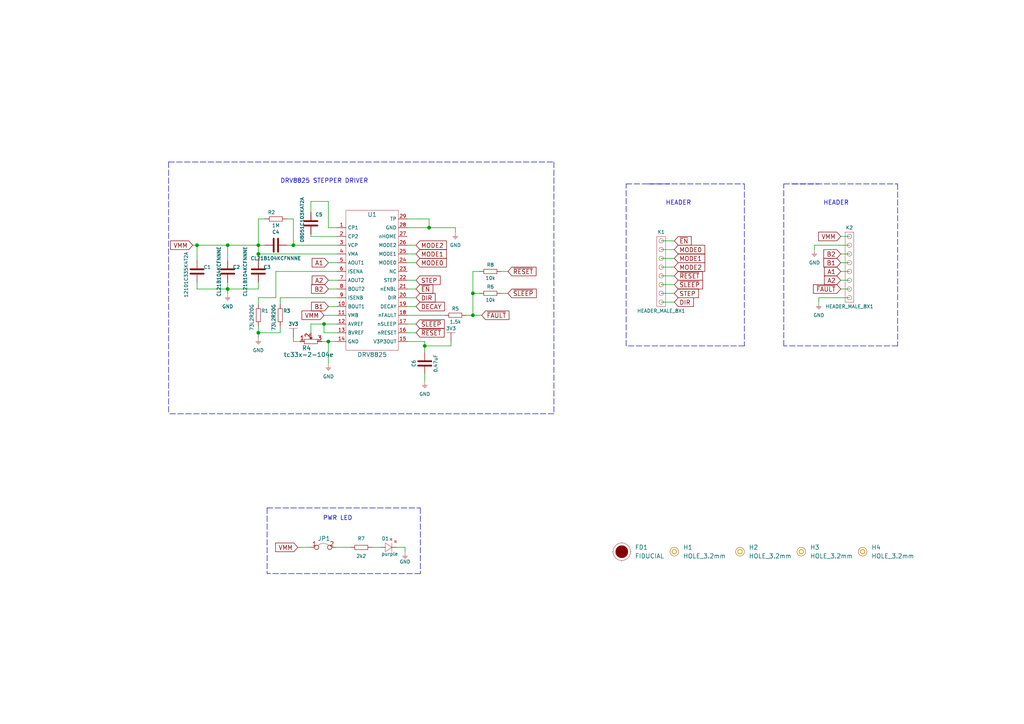
<source format=kicad_sch>
(kicad_sch (version 20210621) (generator eeschema)

  (uuid 18f6710f-9f39-4d15-aa46-ea011d7c8718)

  (paper "A4")

  (title_block
    (title "Stepper driver DRV8825")
    (date "2021-07-12")
    (rev "V1.1.1.")
    (company "SOLDERED")
    (comment 1 "333000")
  )

  (lib_symbols
    (symbol "e-radionica.com schematics:0402LED" (pin_numbers hide) (pin_names (offset 0.254) hide) (in_bom yes) (on_board yes)
      (property "Reference" "D" (id 0) (at -0.635 2.54 0)
        (effects (font (size 1 1)))
      )
      (property "Value" "0402LED" (id 1) (at 0 -2.54 0)
        (effects (font (size 1 1)))
      )
      (property "Footprint" "e-radionica.com footprinti:0402LED" (id 2) (at 0 5.08 0)
        (effects (font (size 1 1)) hide)
      )
      (property "Datasheet" "" (id 3) (at 0 0 0)
        (effects (font (size 1 1)) hide)
      )
      (symbol "0402LED_0_1"
        (polyline
          (pts
            (xy -0.635 1.27)
            (xy 1.27 0)
          )
          (stroke (width 0.0006)) (fill (type none))
        )
        (polyline
          (pts
            (xy 0.635 1.905)
            (xy 1.27 2.54)
          )
          (stroke (width 0.0006)) (fill (type none))
        )
        (polyline
          (pts
            (xy 1.27 1.27)
            (xy 1.27 -1.27)
          )
          (stroke (width 0.0006)) (fill (type none))
        )
        (polyline
          (pts
            (xy 1.905 1.27)
            (xy 2.54 1.905)
          )
          (stroke (width 0.0006)) (fill (type none))
        )
        (polyline
          (pts
            (xy -0.635 1.27)
            (xy -0.635 -1.27)
            (xy 1.27 0)
          )
          (stroke (width 0.0006)) (fill (type none))
        )
        (polyline
          (pts
            (xy 1.27 2.54)
            (xy 0.635 2.54)
            (xy 1.27 1.905)
            (xy 1.27 2.54)
          )
          (stroke (width 0.0006)) (fill (type none))
        )
        (polyline
          (pts
            (xy 2.54 1.905)
            (xy 1.905 1.905)
            (xy 2.54 1.27)
            (xy 2.54 1.905)
          )
          (stroke (width 0.0006)) (fill (type none))
        )
      )
      (symbol "0402LED_1_1"
        (pin passive line (at -1.905 0 0) (length 1.27)
          (name "A" (effects (font (size 1.27 1.27))))
          (number "1" (effects (font (size 1.27 1.27))))
        )
        (pin passive line (at 2.54 0 180) (length 1.27)
          (name "K" (effects (font (size 1.27 1.27))))
          (number "2" (effects (font (size 1.27 1.27))))
        )
      )
    )
    (symbol "e-radionica.com schematics:0402R" (pin_numbers hide) (pin_names (offset 0.254)) (in_bom yes) (on_board yes)
      (property "Reference" "R" (id 0) (at -1.905 1.27 0)
        (effects (font (size 1 1)))
      )
      (property "Value" "0402R" (id 1) (at 0 -1.27 0)
        (effects (font (size 1 1)))
      )
      (property "Footprint" "e-radionica.com footprinti:0402R" (id 2) (at -2.54 1.905 0)
        (effects (font (size 1 1)) hide)
      )
      (property "Datasheet" "" (id 3) (at -2.54 1.905 0)
        (effects (font (size 1 1)) hide)
      )
      (symbol "0402R_0_1"
        (rectangle (start -1.905 -0.635) (end 1.905 -0.6604)
          (stroke (width 0.1)) (fill (type none))
        )
        (rectangle (start -1.905 0.635) (end -1.8796 -0.635)
          (stroke (width 0.1)) (fill (type none))
        )
        (rectangle (start -1.905 0.635) (end 1.905 0.6096)
          (stroke (width 0.1)) (fill (type none))
        )
        (rectangle (start 1.905 0.635) (end 1.9304 -0.635)
          (stroke (width 0.1)) (fill (type none))
        )
      )
      (symbol "0402R_1_1"
        (pin passive line (at -3.175 0 0) (length 1.27)
          (name "~" (effects (font (size 1.27 1.27))))
          (number "1" (effects (font (size 1.27 1.27))))
        )
        (pin passive line (at 3.175 0 180) (length 1.27)
          (name "~" (effects (font (size 1.27 1.27))))
          (number "2" (effects (font (size 1.27 1.27))))
        )
      )
    )
    (symbol "e-radionica.com schematics:0603C" (pin_numbers hide) (pin_names (offset 0.002)) (in_bom yes) (on_board yes)
      (property "Reference" "C" (id 0) (at -0.635 3.175 0)
        (effects (font (size 1 1)))
      )
      (property "Value" "0603C" (id 1) (at 0 -3.175 0)
        (effects (font (size 1 1)))
      )
      (property "Footprint" "e-radionica.com footprinti:0603C" (id 2) (at 0 0 0)
        (effects (font (size 1 1)) hide)
      )
      (property "Datasheet" "" (id 3) (at 0 0 0)
        (effects (font (size 1 1)) hide)
      )
      (symbol "0603C_0_1"
        (polyline
          (pts
            (xy -0.635 1.905)
            (xy -0.635 -1.905)
          )
          (stroke (width 0.5)) (fill (type none))
        )
        (polyline
          (pts
            (xy 0.635 1.905)
            (xy 0.635 -1.905)
          )
          (stroke (width 0.5)) (fill (type none))
        )
      )
      (symbol "0603C_1_1"
        (pin passive line (at -3.175 0 0) (length 2.54)
          (name "~" (effects (font (size 1.27 1.27))))
          (number "1" (effects (font (size 1.27 1.27))))
        )
        (pin passive line (at 3.175 0 180) (length 2.54)
          (name "~" (effects (font (size 1.27 1.27))))
          (number "2" (effects (font (size 1.27 1.27))))
        )
      )
    )
    (symbol "e-radionica.com schematics:0603R" (pin_numbers hide) (pin_names (offset 0.254)) (in_bom yes) (on_board yes)
      (property "Reference" "R" (id 0) (at -1.905 1.905 0)
        (effects (font (size 1 1)))
      )
      (property "Value" "0603R" (id 1) (at 0 -1.905 0)
        (effects (font (size 1 1)))
      )
      (property "Footprint" "e-radionica.com footprinti:0603R" (id 2) (at -0.635 1.905 0)
        (effects (font (size 1 1)) hide)
      )
      (property "Datasheet" "" (id 3) (at -0.635 1.905 0)
        (effects (font (size 1 1)) hide)
      )
      (symbol "0603R_0_1"
        (rectangle (start -1.905 -0.635) (end 1.905 -0.6604)
          (stroke (width 0.1)) (fill (type none))
        )
        (rectangle (start -1.905 0.635) (end -1.8796 -0.635)
          (stroke (width 0.1)) (fill (type none))
        )
        (rectangle (start -1.905 0.635) (end 1.905 0.6096)
          (stroke (width 0.1)) (fill (type none))
        )
        (rectangle (start 1.905 0.635) (end 1.9304 -0.635)
          (stroke (width 0.1)) (fill (type none))
        )
      )
      (symbol "0603R_1_1"
        (pin passive line (at -3.175 0 0) (length 1.27)
          (name "~" (effects (font (size 1.27 1.27))))
          (number "1" (effects (font (size 1.27 1.27))))
        )
        (pin passive line (at 3.175 0 180) (length 1.27)
          (name "~" (effects (font (size 1.27 1.27))))
          (number "2" (effects (font (size 1.27 1.27))))
        )
      )
    )
    (symbol "e-radionica.com schematics:0805C" (pin_numbers hide) (in_bom yes) (on_board yes)
      (property "Reference" "C" (id 0) (at -0.635 3.175 0)
        (effects (font (size 1 1)))
      )
      (property "Value" "0805C" (id 1) (at 0 -3.175 0)
        (effects (font (size 1 1)))
      )
      (property "Footprint" "e-radionica.com footprinti:0805C" (id 2) (at 0 0 0)
        (effects (font (size 1 1)) hide)
      )
      (property "Datasheet" "" (id 3) (at 0 0 0)
        (effects (font (size 1 1)) hide)
      )
      (symbol "0805C_0_1"
        (polyline
          (pts
            (xy -0.635 1.905)
            (xy -0.635 -1.905)
          )
          (stroke (width 0.5)) (fill (type none))
        )
        (polyline
          (pts
            (xy 0.635 1.905)
            (xy 0.635 -1.905)
          )
          (stroke (width 0.5)) (fill (type none))
        )
      )
      (symbol "0805C_1_1"
        (pin passive line (at -3.175 0 0) (length 2.54)
          (name "~" (effects (font (size 1.27 1.27))))
          (number "1" (effects (font (size 1.27 1.27))))
        )
        (pin passive line (at 3.175 0 180) (length 2.54)
          (name "~" (effects (font (size 1.27 1.27))))
          (number "2" (effects (font (size 1.27 1.27))))
        )
      )
    )
    (symbol "e-radionica.com schematics:1210C" (pin_numbers hide) (in_bom yes) (on_board yes)
      (property "Reference" "C" (id 0) (at -0.635 3.175 0)
        (effects (font (size 1 1)))
      )
      (property "Value" "1210C" (id 1) (at 0 -3.175 0)
        (effects (font (size 1 1)))
      )
      (property "Footprint" "e-radionica.com footprinti:1210C" (id 2) (at 0 0 0)
        (effects (font (size 1 1)) hide)
      )
      (property "Datasheet" "" (id 3) (at 0 0 0)
        (effects (font (size 1 1)) hide)
      )
      (symbol "1210C_0_1"
        (polyline
          (pts
            (xy -0.635 1.905)
            (xy -0.635 -1.905)
          )
          (stroke (width 0.5)) (fill (type none))
        )
        (polyline
          (pts
            (xy 0.635 1.905)
            (xy 0.635 -1.905)
          )
          (stroke (width 0.5)) (fill (type none))
        )
      )
      (symbol "1210C_1_1"
        (pin passive line (at -3.175 0 0) (length 2.54)
          (name "~" (effects (font (size 1.27 1.27))))
          (number "1" (effects (font (size 1.27 1.27))))
        )
        (pin passive line (at 3.175 0 180) (length 2.54)
          (name "~" (effects (font (size 1.27 1.27))))
          (number "2" (effects (font (size 1.27 1.27))))
        )
      )
    )
    (symbol "e-radionica.com schematics:3V3" (power) (pin_names (offset 0)) (in_bom yes) (on_board yes)
      (property "Reference" "#PWR" (id 0) (at 4.445 0 0)
        (effects (font (size 1 1)) hide)
      )
      (property "Value" "3V3" (id 1) (at 0 3.556 0)
        (effects (font (size 1 1)))
      )
      (property "Footprint" "" (id 2) (at 4.445 3.81 0)
        (effects (font (size 1 1)) hide)
      )
      (property "Datasheet" "" (id 3) (at 4.445 3.81 0)
        (effects (font (size 1 1)) hide)
      )
      (property "ki_keywords" "power-flag" (id 4) (at 0 0 0)
        (effects (font (size 1.27 1.27)) hide)
      )
      (property "ki_description" "Power symbol creates a global label with name \"+3V3\"" (id 5) (at 0 0 0)
        (effects (font (size 1.27 1.27)) hide)
      )
      (symbol "3V3_0_1"
        (polyline
          (pts
            (xy -1.27 2.54)
            (xy 1.27 2.54)
          )
          (stroke (width 0.0006)) (fill (type none))
        )
        (polyline
          (pts
            (xy 0 0)
            (xy 0 2.54)
          )
          (stroke (width 0)) (fill (type none))
        )
      )
      (symbol "3V3_1_1"
        (pin power_in line (at 0 0 90) (length 0) hide
          (name "3V3" (effects (font (size 1.27 1.27))))
          (number "1" (effects (font (size 1.27 1.27))))
        )
      )
    )
    (symbol "e-radionica.com schematics:DRV8825" (in_bom yes) (on_board yes)
      (property "Reference" "U" (id 0) (at 0 22.86 0)
        (effects (font (size 1.27 1.27)))
      )
      (property "Value" "DRV8825" (id 1) (at 0 -20.32 0)
        (effects (font (size 1.27 1.27)))
      )
      (property "Footprint" "e-radionica.com footprinti:DRV8825" (id 2) (at 0 0 0)
        (effects (font (size 1.27 1.27)) hide)
      )
      (property "Datasheet" "" (id 3) (at -3.81 10.16 0)
        (effects (font (size 1.27 1.27)) hide)
      )
      (symbol "DRV8825_0_1"
        (rectangle (start -7.62 21.59) (end 7.62 -19.05)
          (stroke (width 0.0006)) (fill (type none))
        )
      )
      (symbol "DRV8825_1_1"
        (pin passive line (at -10.16 16.51 0) (length 2.54)
          (name "CP1" (effects (font (size 1 1))))
          (number "1" (effects (font (size 1 1))))
        )
        (pin passive line (at -10.16 -6.35 0) (length 2.54)
          (name "BOUT1" (effects (font (size 1 1))))
          (number "10" (effects (font (size 1 1))))
        )
        (pin passive line (at -10.16 -8.89 0) (length 2.54)
          (name "VMB" (effects (font (size 1 1))))
          (number "11" (effects (font (size 1 1))))
        )
        (pin passive line (at -10.16 -11.43 0) (length 2.54)
          (name "AVREF" (effects (font (size 1 1))))
          (number "12" (effects (font (size 1 1))))
        )
        (pin passive line (at -10.16 -13.97 0) (length 2.54)
          (name "BVREF" (effects (font (size 1 1))))
          (number "13" (effects (font (size 1 1))))
        )
        (pin passive line (at -10.16 -16.51 0) (length 2.54)
          (name "GND" (effects (font (size 1 1))))
          (number "14" (effects (font (size 1 1))))
        )
        (pin passive line (at 10.16 -16.51 180) (length 2.54)
          (name "V3P3OUT" (effects (font (size 1 1))))
          (number "15" (effects (font (size 1 1))))
        )
        (pin passive line (at 10.16 -13.97 180) (length 2.54)
          (name "nRESET" (effects (font (size 1 1))))
          (number "16" (effects (font (size 1 1))))
        )
        (pin passive line (at 10.16 -11.43 180) (length 2.54)
          (name "nSLEEP" (effects (font (size 1 1))))
          (number "17" (effects (font (size 1 1))))
        )
        (pin passive line (at 10.16 -8.89 180) (length 2.54)
          (name "nFAULT" (effects (font (size 1 1))))
          (number "18" (effects (font (size 1 1))))
        )
        (pin passive line (at 10.16 -6.35 180) (length 2.54)
          (name "DECAY" (effects (font (size 1 1))))
          (number "19" (effects (font (size 1 1))))
        )
        (pin passive line (at -10.16 13.97 0) (length 2.54)
          (name "CP2" (effects (font (size 1 1))))
          (number "2" (effects (font (size 1 1))))
        )
        (pin passive line (at 10.16 -3.81 180) (length 2.54)
          (name "DIR" (effects (font (size 1 1))))
          (number "20" (effects (font (size 1 1))))
        )
        (pin passive line (at 10.16 -1.27 180) (length 2.54)
          (name "nENBL" (effects (font (size 1 1))))
          (number "21" (effects (font (size 1 1))))
        )
        (pin passive line (at 10.16 1.27 180) (length 2.54)
          (name "STEP" (effects (font (size 1 1))))
          (number "22" (effects (font (size 1 1))))
        )
        (pin passive line (at 10.16 3.81 180) (length 2.54)
          (name "NC" (effects (font (size 1 1))))
          (number "23" (effects (font (size 1 1))))
        )
        (pin passive line (at 10.16 6.35 180) (length 2.54)
          (name "MODE0" (effects (font (size 1 1))))
          (number "24" (effects (font (size 1 1))))
        )
        (pin passive line (at 10.16 8.89 180) (length 2.54)
          (name "MODE1" (effects (font (size 1 1))))
          (number "25" (effects (font (size 1 1))))
        )
        (pin passive line (at 10.16 11.43 180) (length 2.54)
          (name "MODE2" (effects (font (size 1 1))))
          (number "26" (effects (font (size 1 1))))
        )
        (pin passive line (at 10.16 13.97 180) (length 2.54)
          (name "nHOME" (effects (font (size 1 1))))
          (number "27" (effects (font (size 1 1))))
        )
        (pin passive line (at 10.16 16.51 180) (length 2.54)
          (name "GND" (effects (font (size 1 1))))
          (number "28" (effects (font (size 1 1))))
        )
        (pin passive line (at 10.16 19.05 180) (length 2.54)
          (name "TP" (effects (font (size 1 1))))
          (number "29" (effects (font (size 1 1))))
        )
        (pin passive line (at -10.16 11.43 0) (length 2.54)
          (name "VCP" (effects (font (size 1 1))))
          (number "3" (effects (font (size 1 1))))
        )
        (pin passive line (at -10.16 8.89 0) (length 2.54)
          (name "VMA" (effects (font (size 1 1))))
          (number "4" (effects (font (size 1 1))))
        )
        (pin passive line (at -10.16 6.35 0) (length 2.54)
          (name "AOUT1" (effects (font (size 1 1))))
          (number "5" (effects (font (size 1 1))))
        )
        (pin passive line (at -10.16 3.81 0) (length 2.54)
          (name "ISENA" (effects (font (size 1 1))))
          (number "6" (effects (font (size 1 1))))
        )
        (pin passive line (at -10.16 1.27 0) (length 2.54)
          (name "AOUT2" (effects (font (size 1 1))))
          (number "7" (effects (font (size 1 1))))
        )
        (pin passive line (at -10.16 -1.27 0) (length 2.54)
          (name "BOUT2" (effects (font (size 1 1))))
          (number "8" (effects (font (size 1 1))))
        )
        (pin passive line (at -10.16 -3.81 0) (length 2.54)
          (name "ISENB" (effects (font (size 1 1))))
          (number "9" (effects (font (size 1 1))))
        )
      )
    )
    (symbol "e-radionica.com schematics:FIDUCIAL" (in_bom yes) (on_board yes)
      (property "Reference" "FD" (id 0) (at 0 3.81 0)
        (effects (font (size 1.27 1.27)))
      )
      (property "Value" "FIDUCIAL" (id 1) (at 0 -3.81 0)
        (effects (font (size 1.27 1.27)))
      )
      (property "Footprint" "e-radionica.com footprinti:FIDUCIAL_23" (id 2) (at 0.254 -5.334 0)
        (effects (font (size 1.27 1.27)) hide)
      )
      (property "Datasheet" "" (id 3) (at 0 0 0)
        (effects (font (size 1.27 1.27)) hide)
      )
      (symbol "FIDUCIAL_0_1"
        (circle (center 0 0) (radius 2.54) (stroke (width 0.0006)) (fill (type none)))
        (circle (center 0 0) (radius 1.7961) (stroke (width 0.001)) (fill (type outline)))
        (polyline
          (pts
            (xy -2.54 0)
            (xy -2.794 0)
          )
          (stroke (width 0.0006)) (fill (type none))
        )
        (polyline
          (pts
            (xy 0 -2.54)
            (xy 0 -2.794)
          )
          (stroke (width 0.0006)) (fill (type none))
        )
        (polyline
          (pts
            (xy 0 2.54)
            (xy 0 2.794)
          )
          (stroke (width 0.0006)) (fill (type none))
        )
        (polyline
          (pts
            (xy 2.54 0)
            (xy 2.794 0)
          )
          (stroke (width 0.0006)) (fill (type none))
        )
      )
    )
    (symbol "e-radionica.com schematics:GND" (power) (pin_names (offset 0)) (in_bom yes) (on_board yes)
      (property "Reference" "#PWR" (id 0) (at 4.445 0 0)
        (effects (font (size 1 1)) hide)
      )
      (property "Value" "GND" (id 1) (at 0 -2.921 0)
        (effects (font (size 1 1)))
      )
      (property "Footprint" "" (id 2) (at 4.445 3.81 0)
        (effects (font (size 1 1)) hide)
      )
      (property "Datasheet" "" (id 3) (at 4.445 3.81 0)
        (effects (font (size 1 1)) hide)
      )
      (property "ki_keywords" "power-flag" (id 4) (at 0 0 0)
        (effects (font (size 1.27 1.27)) hide)
      )
      (property "ki_description" "Power symbol creates a global label with name \"+3V3\"" (id 5) (at 0 0 0)
        (effects (font (size 1.27 1.27)) hide)
      )
      (symbol "GND_0_1"
        (polyline
          (pts
            (xy -0.762 -1.27)
            (xy 0.762 -1.27)
          )
          (stroke (width 0.0006)) (fill (type none))
        )
        (polyline
          (pts
            (xy -0.635 -1.524)
            (xy 0.635 -1.524)
          )
          (stroke (width 0.0006)) (fill (type none))
        )
        (polyline
          (pts
            (xy -0.381 -1.778)
            (xy 0.381 -1.778)
          )
          (stroke (width 0.0006)) (fill (type none))
        )
        (polyline
          (pts
            (xy -0.127 -2.032)
            (xy 0.127 -2.032)
          )
          (stroke (width 0.0006)) (fill (type none))
        )
        (polyline
          (pts
            (xy 0 0)
            (xy 0 -1.27)
          )
          (stroke (width 0.0006)) (fill (type none))
        )
      )
      (symbol "GND_1_1"
        (pin power_in line (at 0 0 270) (length 0) hide
          (name "GND" (effects (font (size 1.27 1.27))))
          (number "1" (effects (font (size 1.27 1.27))))
        )
      )
    )
    (symbol "e-radionica.com schematics:GND_3" (power) (pin_names (offset 0)) (in_bom yes) (on_board yes)
      (property "Reference" "#PWR" (id 0) (at 4.445 0 0)
        (effects (font (size 1 1)) hide)
      )
      (property "Value" "GND" (id 1) (at 0 -2.921 0)
        (effects (font (size 1 1)))
      )
      (property "Footprint" "" (id 2) (at 4.445 3.81 0)
        (effects (font (size 1 1)) hide)
      )
      (property "Datasheet" "" (id 3) (at 4.445 3.81 0)
        (effects (font (size 1 1)) hide)
      )
      (property "ki_keywords" "power-flag" (id 4) (at 0 0 0)
        (effects (font (size 1.27 1.27)) hide)
      )
      (property "ki_description" "Power symbol creates a global label with name \"+3V3\"" (id 5) (at 0 0 0)
        (effects (font (size 1.27 1.27)) hide)
      )
      (symbol "GND_3_0_1"
        (polyline
          (pts
            (xy -0.762 -1.27)
            (xy 0.762 -1.27)
          )
          (stroke (width 0.0006)) (fill (type none))
        )
        (polyline
          (pts
            (xy -0.635 -1.524)
            (xy 0.635 -1.524)
          )
          (stroke (width 0.0006)) (fill (type none))
        )
        (polyline
          (pts
            (xy -0.381 -1.778)
            (xy 0.381 -1.778)
          )
          (stroke (width 0.0006)) (fill (type none))
        )
        (polyline
          (pts
            (xy -0.127 -2.032)
            (xy 0.127 -2.032)
          )
          (stroke (width 0.0006)) (fill (type none))
        )
        (polyline
          (pts
            (xy 0 0)
            (xy 0 -1.27)
          )
          (stroke (width 0.0006)) (fill (type none))
        )
      )
      (symbol "GND_3_1_1"
        (pin power_in line (at 0 0 270) (length 0) hide
          (name "GND" (effects (font (size 1.27 1.27))))
          (number "1" (effects (font (size 1.27 1.27))))
        )
      )
    )
    (symbol "e-radionica.com schematics:HEADER_MALE_8X1" (pin_numbers hide) (pin_names hide) (in_bom yes) (on_board yes)
      (property "Reference" "K" (id 0) (at -0.635 12.7 0)
        (effects (font (size 1 1)))
      )
      (property "Value" "HEADER_MALE_8X1" (id 1) (at 0.635 -10.16 0)
        (effects (font (size 1 1)))
      )
      (property "Footprint" "e-radionica.com footprinti:HEADER_MALE_8X1" (id 2) (at 0 0 0)
        (effects (font (size 1 1)) hide)
      )
      (property "Datasheet" "" (id 3) (at 0 0 0)
        (effects (font (size 1 1)) hide)
      )
      (symbol "HEADER_MALE_8X1_0_1"
        (circle (center 0 -7.62) (radius 0.635) (stroke (width 0.0006)) (fill (type none)))
        (circle (center 0 -5.08) (radius 0.635) (stroke (width 0.0006)) (fill (type none)))
        (circle (center 0 -2.54) (radius 0.635) (stroke (width 0.0006)) (fill (type none)))
        (circle (center 0 0) (radius 0.635) (stroke (width 0.0006)) (fill (type none)))
        (circle (center 0 2.54) (radius 0.635) (stroke (width 0.0006)) (fill (type none)))
        (circle (center 0 5.08) (radius 0.635) (stroke (width 0.0006)) (fill (type none)))
        (circle (center 0 7.62) (radius 0.635) (stroke (width 0.0006)) (fill (type none)))
        (circle (center 0 10.16) (radius 0.635) (stroke (width 0.0006)) (fill (type none)))
        (rectangle (start 1.27 -8.89) (end -1.27 11.43)
          (stroke (width 0.0006)) (fill (type none))
        )
      )
      (symbol "HEADER_MALE_8X1_1_1"
        (pin passive line (at 0 -7.62 180) (length 0)
          (name "~" (effects (font (size 0.991 0.991))))
          (number "1" (effects (font (size 0.991 0.991))))
        )
        (pin passive line (at 0 -5.08 180) (length 0)
          (name "~" (effects (font (size 0.991 0.991))))
          (number "2" (effects (font (size 0.991 0.991))))
        )
        (pin passive line (at 0 -2.54 180) (length 0)
          (name "~" (effects (font (size 0.991 0.991))))
          (number "3" (effects (font (size 0.991 0.991))))
        )
        (pin passive line (at 0 0 180) (length 0)
          (name "~" (effects (font (size 0.991 0.991))))
          (number "4" (effects (font (size 0.991 0.991))))
        )
        (pin passive line (at 0 2.54 180) (length 0)
          (name "~" (effects (font (size 0.991 0.991))))
          (number "5" (effects (font (size 0.991 0.991))))
        )
        (pin passive line (at 0 5.08 180) (length 0)
          (name "~" (effects (font (size 0.991 0.991))))
          (number "6" (effects (font (size 0.991 0.991))))
        )
        (pin passive line (at 0 7.62 180) (length 0)
          (name "~" (effects (font (size 0.991 0.991))))
          (number "7" (effects (font (size 0.991 0.991))))
        )
        (pin passive line (at 0 10.16 180) (length 0)
          (name "~" (effects (font (size 0.991 0.991))))
          (number "8" (effects (font (size 0.991 0.991))))
        )
      )
    )
    (symbol "e-radionica.com schematics:HOLE_3.2mm" (pin_numbers hide) (pin_names hide) (in_bom yes) (on_board yes)
      (property "Reference" "H" (id 0) (at 0 2.54 0)
        (effects (font (size 1.27 1.27)))
      )
      (property "Value" "HOLE_3.2mm" (id 1) (at 0 -2.54 0)
        (effects (font (size 1.27 1.27)))
      )
      (property "Footprint" "e-radionica.com footprinti:HOLE_3.2mm" (id 2) (at 0 0 0)
        (effects (font (size 1.27 1.27)) hide)
      )
      (property "Datasheet" "" (id 3) (at 0 0 0)
        (effects (font (size 1.27 1.27)) hide)
      )
      (symbol "HOLE_3.2mm_0_1"
        (circle (center 0 0) (radius 0.635) (stroke (width 0.0006)) (fill (type none)))
        (circle (center 0 0) (radius 1.27) (stroke (width 0.001)) (fill (type background)))
      )
    )
    (symbol "e-radionica.com schematics:SMD-JUMPER-CONNECTED_TRACE_SLODERMASK" (in_bom yes) (on_board yes)
      (property "Reference" "JP" (id 0) (at 0 3.556 0)
        (effects (font (size 1.27 1.27)))
      )
      (property "Value" "SMD-JUMPER-CONNECTED_TRACE_SLODERMASK" (id 1) (at 0 -2.54 0)
        (effects (font (size 1.27 1.27)))
      )
      (property "Footprint" "e-radionica.com footprinti:SMD-JUMPER-CONNECTED_TRACE_SLODERMASK" (id 2) (at 0 -5.715 0)
        (effects (font (size 1.27 1.27)) hide)
      )
      (property "Datasheet" "" (id 3) (at 0 0 0)
        (effects (font (size 1.27 1.27)) hide)
      )
      (symbol "SMD-JUMPER-CONNECTED_TRACE_SLODERMASK_0_1"
        (arc (start -1.8034 0.5588) (end 1.397 0.5842) (radius (at -0.1875 -1.4124) (length 2.5489) (angles 129.3 51.6))
          (stroke (width 0.0006)) (fill (type none))
        )
      )
      (symbol "SMD-JUMPER-CONNECTED_TRACE_SLODERMASK_1_1"
        (pin passive inverted (at -4.064 0 0) (length 2.54)
          (name "" (effects (font (size 1.27 1.27))))
          (number "1" (effects (font (size 1.27 1.27))))
        )
        (pin passive inverted (at 3.556 0 180) (length 2.54)
          (name "" (effects (font (size 1.27 1.27))))
          (number "2" (effects (font (size 1.27 1.27))))
        )
      )
    )
    (symbol "e-radionica.com schematics:tc33x-2-103e" (in_bom yes) (on_board yes)
      (property "Reference" "R" (id 0) (at -1.778 3.302 0)
        (effects (font (size 1.27 1.27)))
      )
      (property "Value" "tc33x-2-103e" (id 1) (at 0 -2.54 0)
        (effects (font (size 1.27 1.27)))
      )
      (property "Footprint" "e-radionica.com footprinti:tc33x-2-103e" (id 2) (at 0 -5.08 0)
        (effects (font (size 1.27 1.27)) hide)
      )
      (property "Datasheet" "" (id 3) (at -0.0508 -0.0508 0)
        (effects (font (size 1.27 1.27)) hide)
      )
      (symbol "tc33x-2-103e_0_1"
        (rectangle (start -1.905 -0.635) (end 1.905 -0.6604)
          (stroke (width 0.1)) (fill (type none))
        )
        (rectangle (start -1.905 0.635) (end -1.8796 -0.635)
          (stroke (width 0.1)) (fill (type none))
        )
        (rectangle (start -1.905 0.635) (end 1.905 0.6096)
          (stroke (width 0.1)) (fill (type none))
        )
        (rectangle (start 1.905 0.635) (end 1.9304 -0.635)
          (stroke (width 0.1)) (fill (type none))
        )
        (polyline
          (pts
            (xy -0.4318 1.1684)
            (xy 0.4826 1.1684)
            (xy 0 0.635)
            (xy -0.4064 1.0922)
            (xy -0.4826 1.1684)
            (xy 0 0.7874)
            (xy 0.3048 1.1176)
            (xy -0.254 1.0668)
            (xy 0.0254 0.8636)
            (xy 0.0762 1.0414)
            (xy -0.0254 0.9652)
          )
          (stroke (width 0.0006)) (fill (type none))
        )
      )
      (symbol "tc33x-2-103e_1_1"
        (pin passive line (at -3.175 0 0) (length 1.27)
          (name "~" (effects (font (size 1.27 1.27))))
          (number "1" (effects (font (size 1.27 1.27))))
        )
        (pin passive line (at 0 2.4892 270) (length 1.27)
          (name "" (effects (font (size 1.27 1.27))))
          (number "2" (effects (font (size 1.27 1.27))))
        )
        (pin passive line (at 3.175 0.0002 180) (length 1.27)
          (name "~" (effects (font (size 1.27 1.27))))
          (number "3" (effects (font (size 1.27 1.27))))
        )
      )
    )
  )

  (junction (at 57.15 71.12) (diameter 0.9144) (color 0 0 0 0))
  (junction (at 66.04 71.12) (diameter 0.9144) (color 0 0 0 0))
  (junction (at 66.04 83.82) (diameter 0.9144) (color 0 0 0 0))
  (junction (at 74.93 71.12) (diameter 0.9144) (color 0 0 0 0))
  (junction (at 74.93 73.66) (diameter 0.9144) (color 0 0 0 0))
  (junction (at 74.93 96.52) (diameter 0.9144) (color 0 0 0 0))
  (junction (at 85.09 71.12) (diameter 0.9144) (color 0 0 0 0))
  (junction (at 93.98 93.98) (diameter 0.9144) (color 0 0 0 0))
  (junction (at 95.25 99.06) (diameter 0.9144) (color 0 0 0 0))
  (junction (at 123.19 100.33) (diameter 0.9144) (color 0 0 0 0))
  (junction (at 124.46 66.04) (diameter 0.9144) (color 0 0 0 0))
  (junction (at 137.16 85.09) (diameter 0.9144) (color 0 0 0 0))
  (junction (at 137.16 91.44) (diameter 0.9144) (color 0 0 0 0))

  (wire (pts (xy 55.88 71.12) (xy 57.15 71.12))
    (stroke (width 0) (type solid) (color 0 0 0 0))
    (uuid 8cdcfe1c-6020-4c59-8c8d-eac3ea28ef1a)
  )
  (wire (pts (xy 57.15 71.12) (xy 66.04 71.12))
    (stroke (width 0) (type solid) (color 0 0 0 0))
    (uuid da578e04-d9bc-44e6-9e7e-b01ae2cedc5a)
  )
  (wire (pts (xy 57.15 75.565) (xy 57.15 71.12))
    (stroke (width 0) (type solid) (color 0 0 0 0))
    (uuid da578e04-d9bc-44e6-9e7e-b01ae2cedc5a)
  )
  (wire (pts (xy 57.15 83.82) (xy 57.15 81.915))
    (stroke (width 0) (type solid) (color 0 0 0 0))
    (uuid 7de80846-718f-449f-b69f-bf14fc7313ae)
  )
  (wire (pts (xy 57.15 83.82) (xy 66.04 83.82))
    (stroke (width 0) (type solid) (color 0 0 0 0))
    (uuid 96d0a81d-1796-48e6-88e9-296eabc22933)
  )
  (wire (pts (xy 66.04 71.12) (xy 74.93 71.12))
    (stroke (width 0) (type solid) (color 0 0 0 0))
    (uuid 76d3362c-5426-4c5c-917c-b376c97e183f)
  )
  (wire (pts (xy 66.04 75.565) (xy 66.04 71.12))
    (stroke (width 0) (type solid) (color 0 0 0 0))
    (uuid 76d3362c-5426-4c5c-917c-b376c97e183f)
  )
  (wire (pts (xy 66.04 81.915) (xy 66.04 83.82))
    (stroke (width 0) (type solid) (color 0 0 0 0))
    (uuid 71749ab7-fc03-4197-abb9-5e085f116957)
  )
  (wire (pts (xy 66.04 83.82) (xy 66.04 85.09))
    (stroke (width 0) (type solid) (color 0 0 0 0))
    (uuid 71749ab7-fc03-4197-abb9-5e085f116957)
  )
  (wire (pts (xy 66.04 83.82) (xy 74.93 83.82))
    (stroke (width 0) (type solid) (color 0 0 0 0))
    (uuid b011456c-413c-4085-945f-4a3c80958103)
  )
  (wire (pts (xy 74.93 63.5) (xy 74.93 71.12))
    (stroke (width 0) (type solid) (color 0 0 0 0))
    (uuid c7c73c06-76cd-4f7d-8ad5-5a19b387d460)
  )
  (wire (pts (xy 74.93 71.12) (xy 76.835 71.12))
    (stroke (width 0) (type solid) (color 0 0 0 0))
    (uuid c7c73c06-76cd-4f7d-8ad5-5a19b387d460)
  )
  (wire (pts (xy 74.93 73.66) (xy 74.93 71.12))
    (stroke (width 0) (type solid) (color 0 0 0 0))
    (uuid 4f7ed8a3-b3ad-4cd6-9449-dbc757e0082b)
  )
  (wire (pts (xy 74.93 73.66) (xy 74.93 75.565))
    (stroke (width 0) (type solid) (color 0 0 0 0))
    (uuid 5db460f0-e478-47f7-b295-b9ebb98dfad0)
  )
  (wire (pts (xy 74.93 81.915) (xy 74.93 83.82))
    (stroke (width 0) (type solid) (color 0 0 0 0))
    (uuid 7de80846-718f-449f-b69f-bf14fc7313ae)
  )
  (wire (pts (xy 74.93 86.36) (xy 74.93 88.265))
    (stroke (width 0) (type solid) (color 0 0 0 0))
    (uuid 98291e7a-bcea-43d8-b006-df597e6e7c5c)
  )
  (wire (pts (xy 74.93 94.615) (xy 74.93 96.52))
    (stroke (width 0) (type solid) (color 0 0 0 0))
    (uuid ca2875e2-83e6-41fd-aff7-1114594c4ba7)
  )
  (wire (pts (xy 74.93 96.52) (xy 74.93 97.79))
    (stroke (width 0) (type solid) (color 0 0 0 0))
    (uuid 3b170926-5d16-45bd-84a6-28447394efa5)
  )
  (wire (pts (xy 74.93 96.52) (xy 81.28 96.52))
    (stroke (width 0) (type solid) (color 0 0 0 0))
    (uuid 54d63a0d-3378-4507-ae93-66a950d040dc)
  )
  (wire (pts (xy 76.835 63.5) (xy 74.93 63.5))
    (stroke (width 0) (type solid) (color 0 0 0 0))
    (uuid c7c73c06-76cd-4f7d-8ad5-5a19b387d460)
  )
  (wire (pts (xy 80.01 78.74) (xy 80.01 86.36))
    (stroke (width 0) (type solid) (color 0 0 0 0))
    (uuid 98291e7a-bcea-43d8-b006-df597e6e7c5c)
  )
  (wire (pts (xy 80.01 86.36) (xy 74.93 86.36))
    (stroke (width 0) (type solid) (color 0 0 0 0))
    (uuid 98291e7a-bcea-43d8-b006-df597e6e7c5c)
  )
  (wire (pts (xy 81.28 86.36) (xy 97.79 86.36))
    (stroke (width 0) (type solid) (color 0 0 0 0))
    (uuid c7549db1-e8ef-4920-b69d-e70142e350b0)
  )
  (wire (pts (xy 81.28 88.265) (xy 81.28 86.36))
    (stroke (width 0) (type solid) (color 0 0 0 0))
    (uuid c7549db1-e8ef-4920-b69d-e70142e350b0)
  )
  (wire (pts (xy 81.28 94.615) (xy 81.28 96.52))
    (stroke (width 0) (type solid) (color 0 0 0 0))
    (uuid 74697d55-1504-4993-8e8b-ff84f75092dc)
  )
  (wire (pts (xy 83.185 63.5) (xy 85.09 63.5))
    (stroke (width 0) (type solid) (color 0 0 0 0))
    (uuid 70315697-44e0-4f20-a5b2-42acc534e39b)
  )
  (wire (pts (xy 83.185 71.12) (xy 85.09 71.12))
    (stroke (width 0) (type solid) (color 0 0 0 0))
    (uuid 57f0c76b-d43a-4a24-b20f-439b926c6ba3)
  )
  (wire (pts (xy 85.09 71.12) (xy 85.09 63.5))
    (stroke (width 0) (type solid) (color 0 0 0 0))
    (uuid 70315697-44e0-4f20-a5b2-42acc534e39b)
  )
  (wire (pts (xy 85.09 99.06) (xy 85.09 97.79))
    (stroke (width 0) (type solid) (color 0 0 0 0))
    (uuid e31d2f88-6936-49fe-89a5-c6621052ca11)
  )
  (wire (pts (xy 86.995 99.06) (xy 85.09 99.06))
    (stroke (width 0) (type solid) (color 0 0 0 0))
    (uuid e31d2f88-6936-49fe-89a5-c6621052ca11)
  )
  (wire (pts (xy 89.916 158.75) (xy 86.36 158.75))
    (stroke (width 0) (type solid) (color 0 0 0 0))
    (uuid 93873bf4-22da-4082-bc55-f6c5f2750e72)
  )
  (wire (pts (xy 90.17 58.42) (xy 90.17 61.595))
    (stroke (width 0) (type solid) (color 0 0 0 0))
    (uuid 7d636d84-c795-4361-8a57-8e16e98443a5)
  )
  (wire (pts (xy 90.17 68.58) (xy 90.17 67.945))
    (stroke (width 0) (type solid) (color 0 0 0 0))
    (uuid 478fa2e6-919f-49b3-a8ae-55eaf64762a7)
  )
  (wire (pts (xy 90.17 93.98) (xy 90.17 96.5708))
    (stroke (width 0) (type solid) (color 0 0 0 0))
    (uuid 78e84750-9b67-4784-8f17-b14f84cb722e)
  )
  (wire (pts (xy 93.345 99.0598) (xy 95.25 99.0598))
    (stroke (width 0) (type solid) (color 0 0 0 0))
    (uuid 2200fbff-f63f-4ee9-b080-6b39a4d1f0fb)
  )
  (wire (pts (xy 93.98 91.44) (xy 97.79 91.44))
    (stroke (width 0) (type solid) (color 0 0 0 0))
    (uuid 8df62e3d-77ff-43a5-8aae-64863e356776)
  )
  (wire (pts (xy 93.98 93.98) (xy 90.17 93.98))
    (stroke (width 0) (type solid) (color 0 0 0 0))
    (uuid 78e84750-9b67-4784-8f17-b14f84cb722e)
  )
  (wire (pts (xy 93.98 93.98) (xy 97.79 93.98))
    (stroke (width 0) (type solid) (color 0 0 0 0))
    (uuid 4029c444-48c1-4bef-b91b-b061255a73ed)
  )
  (wire (pts (xy 93.98 96.52) (xy 93.98 93.98))
    (stroke (width 0) (type solid) (color 0 0 0 0))
    (uuid 78e84750-9b67-4784-8f17-b14f84cb722e)
  )
  (wire (pts (xy 95.25 58.42) (xy 90.17 58.42))
    (stroke (width 0) (type solid) (color 0 0 0 0))
    (uuid 7d636d84-c795-4361-8a57-8e16e98443a5)
  )
  (wire (pts (xy 95.25 66.04) (xy 95.25 58.42))
    (stroke (width 0) (type solid) (color 0 0 0 0))
    (uuid 7d636d84-c795-4361-8a57-8e16e98443a5)
  )
  (wire (pts (xy 95.25 76.2) (xy 97.79 76.2))
    (stroke (width 0) (type solid) (color 0 0 0 0))
    (uuid 30f4baac-9a18-465f-bba8-7dfb27738250)
  )
  (wire (pts (xy 95.25 81.28) (xy 97.79 81.28))
    (stroke (width 0) (type solid) (color 0 0 0 0))
    (uuid c41ed6e1-4054-4f38-88a2-6067c42f00c3)
  )
  (wire (pts (xy 95.25 83.82) (xy 97.79 83.82))
    (stroke (width 0) (type solid) (color 0 0 0 0))
    (uuid 75938c5d-6f5b-4a42-affa-41679882c2fb)
  )
  (wire (pts (xy 95.25 88.9) (xy 97.79 88.9))
    (stroke (width 0) (type solid) (color 0 0 0 0))
    (uuid 3124538d-e323-408f-9226-962d183ba90b)
  )
  (wire (pts (xy 95.25 99.0598) (xy 95.25 99.06))
    (stroke (width 0) (type solid) (color 0 0 0 0))
    (uuid 2200fbff-f63f-4ee9-b080-6b39a4d1f0fb)
  )
  (wire (pts (xy 95.25 99.06) (xy 95.25 105.41))
    (stroke (width 0) (type solid) (color 0 0 0 0))
    (uuid 775bc3bf-af03-4b1b-b37d-f8e28c41269a)
  )
  (wire (pts (xy 97.536 158.75) (xy 101.6 158.75))
    (stroke (width 0) (type solid) (color 0 0 0 0))
    (uuid a9d6c150-5b03-4104-b9a1-3bbf8b57108f)
  )
  (wire (pts (xy 97.79 66.04) (xy 95.25 66.04))
    (stroke (width 0) (type solid) (color 0 0 0 0))
    (uuid 7d636d84-c795-4361-8a57-8e16e98443a5)
  )
  (wire (pts (xy 97.79 68.58) (xy 90.17 68.58))
    (stroke (width 0) (type solid) (color 0 0 0 0))
    (uuid 478fa2e6-919f-49b3-a8ae-55eaf64762a7)
  )
  (wire (pts (xy 97.79 71.12) (xy 85.09 71.12))
    (stroke (width 0) (type solid) (color 0 0 0 0))
    (uuid 70315697-44e0-4f20-a5b2-42acc534e39b)
  )
  (wire (pts (xy 97.79 73.66) (xy 74.93 73.66))
    (stroke (width 0) (type solid) (color 0 0 0 0))
    (uuid 4f7ed8a3-b3ad-4cd6-9449-dbc757e0082b)
  )
  (wire (pts (xy 97.79 78.74) (xy 80.01 78.74))
    (stroke (width 0) (type solid) (color 0 0 0 0))
    (uuid 98291e7a-bcea-43d8-b006-df597e6e7c5c)
  )
  (wire (pts (xy 97.79 96.52) (xy 93.98 96.52))
    (stroke (width 0) (type solid) (color 0 0 0 0))
    (uuid 78e84750-9b67-4784-8f17-b14f84cb722e)
  )
  (wire (pts (xy 97.79 99.06) (xy 95.25 99.06))
    (stroke (width 0) (type solid) (color 0 0 0 0))
    (uuid 775bc3bf-af03-4b1b-b37d-f8e28c41269a)
  )
  (wire (pts (xy 107.95 158.75) (xy 110.49 158.75))
    (stroke (width 0) (type solid) (color 0 0 0 0))
    (uuid 71bb1371-45b0-4fe0-9226-6f781c7ab8ec)
  )
  (wire (pts (xy 117.475 158.75) (xy 114.935 158.75))
    (stroke (width 0) (type solid) (color 0 0 0 0))
    (uuid f978569e-9efd-4e27-a3ef-9236c459cd96)
  )
  (wire (pts (xy 117.475 158.75) (xy 117.475 160.02))
    (stroke (width 0) (type solid) (color 0 0 0 0))
    (uuid 486c449c-dd85-4d3b-b93a-e51bea52f6eb)
  )
  (wire (pts (xy 118.11 63.5) (xy 124.46 63.5))
    (stroke (width 0) (type solid) (color 0 0 0 0))
    (uuid a2775135-136b-4e4f-8f39-f0b6eb264390)
  )
  (wire (pts (xy 118.11 66.04) (xy 124.46 66.04))
    (stroke (width 0) (type solid) (color 0 0 0 0))
    (uuid c9c6e6ab-3e98-4e29-808a-0475c65814c7)
  )
  (wire (pts (xy 118.11 71.12) (xy 120.65 71.12))
    (stroke (width 0) (type solid) (color 0 0 0 0))
    (uuid 85b15769-049d-47f7-b717-b9e9e5ce5570)
  )
  (wire (pts (xy 118.11 73.66) (xy 120.65 73.66))
    (stroke (width 0) (type solid) (color 0 0 0 0))
    (uuid 29f0376d-b2a9-4f8c-8a73-6c4d1e927b17)
  )
  (wire (pts (xy 118.11 76.2) (xy 120.65 76.2))
    (stroke (width 0) (type solid) (color 0 0 0 0))
    (uuid 0e78ed41-caa0-4e2c-afa5-61f8c0d489f9)
  )
  (wire (pts (xy 118.11 81.28) (xy 120.65 81.28))
    (stroke (width 0) (type solid) (color 0 0 0 0))
    (uuid b69d2cfb-c7e9-4159-93e3-3332149c3c9e)
  )
  (wire (pts (xy 118.11 83.82) (xy 120.65 83.82))
    (stroke (width 0) (type solid) (color 0 0 0 0))
    (uuid 53d1c100-3579-4659-b67f-d91586100d36)
  )
  (wire (pts (xy 118.11 86.36) (xy 120.65 86.36))
    (stroke (width 0) (type solid) (color 0 0 0 0))
    (uuid 2b344dbb-c7d3-433e-8205-8b7e74e400e0)
  )
  (wire (pts (xy 118.11 88.9) (xy 120.65 88.9))
    (stroke (width 0) (type solid) (color 0 0 0 0))
    (uuid 2648eaa7-46fd-4b4c-888d-ad51dd6f06bc)
  )
  (wire (pts (xy 118.11 91.44) (xy 128.905 91.44))
    (stroke (width 0) (type solid) (color 0 0 0 0))
    (uuid 54132ddc-b66d-42d1-85c9-3dd16e1efcff)
  )
  (wire (pts (xy 118.11 93.98) (xy 120.65 93.98))
    (stroke (width 0) (type solid) (color 0 0 0 0))
    (uuid 17942fd3-f9b4-43b4-91a6-8e33fe4b28d3)
  )
  (wire (pts (xy 118.11 96.52) (xy 120.65 96.52))
    (stroke (width 0) (type solid) (color 0 0 0 0))
    (uuid d83ce08c-cd4f-40b5-b9ec-04dcc2690ccc)
  )
  (wire (pts (xy 118.11 99.06) (xy 123.19 99.06))
    (stroke (width 0) (type solid) (color 0 0 0 0))
    (uuid f6d2dd2a-aadb-4a6c-9ffd-e52d1745d2ad)
  )
  (wire (pts (xy 123.19 99.06) (xy 123.19 100.33))
    (stroke (width 0) (type solid) (color 0 0 0 0))
    (uuid 83a5245e-6bbe-4ffc-93c7-9394ee7d6187)
  )
  (wire (pts (xy 123.19 100.33) (xy 123.19 102.235))
    (stroke (width 0) (type solid) (color 0 0 0 0))
    (uuid 75bdf7f5-5904-49ba-b274-d4cbb8aee05e)
  )
  (wire (pts (xy 123.19 108.585) (xy 123.19 110.49))
    (stroke (width 0) (type solid) (color 0 0 0 0))
    (uuid 2c278c9e-eafd-45c7-8b37-f689c8bbfdd6)
  )
  (wire (pts (xy 124.46 63.5) (xy 124.46 66.04))
    (stroke (width 0) (type solid) (color 0 0 0 0))
    (uuid a2775135-136b-4e4f-8f39-f0b6eb264390)
  )
  (wire (pts (xy 124.46 66.04) (xy 132.08 66.04))
    (stroke (width 0) (type solid) (color 0 0 0 0))
    (uuid c9c6e6ab-3e98-4e29-808a-0475c65814c7)
  )
  (wire (pts (xy 130.81 99.06) (xy 130.81 100.33))
    (stroke (width 0) (type solid) (color 0 0 0 0))
    (uuid 75bdf7f5-5904-49ba-b274-d4cbb8aee05e)
  )
  (wire (pts (xy 130.81 100.33) (xy 123.19 100.33))
    (stroke (width 0) (type solid) (color 0 0 0 0))
    (uuid 75bdf7f5-5904-49ba-b274-d4cbb8aee05e)
  )
  (wire (pts (xy 132.08 66.04) (xy 132.08 67.31))
    (stroke (width 0) (type solid) (color 0 0 0 0))
    (uuid c9c6e6ab-3e98-4e29-808a-0475c65814c7)
  )
  (wire (pts (xy 135.255 91.44) (xy 137.16 91.44))
    (stroke (width 0) (type solid) (color 0 0 0 0))
    (uuid 8be44ecc-b50b-4704-8daa-adfcd7576374)
  )
  (wire (pts (xy 137.16 78.74) (xy 137.16 85.09))
    (stroke (width 0) (type solid) (color 0 0 0 0))
    (uuid 5c126c2b-a3df-4d24-a230-0ca95bb26b40)
  )
  (wire (pts (xy 137.16 85.09) (xy 137.16 91.44))
    (stroke (width 0) (type solid) (color 0 0 0 0))
    (uuid 2a9e4ad9-7a03-48e3-9743-4894db178c0e)
  )
  (wire (pts (xy 137.16 91.44) (xy 139.7 91.44))
    (stroke (width 0) (type solid) (color 0 0 0 0))
    (uuid 15b3e5ff-3c0b-4e75-8433-31002cdcb3c4)
  )
  (wire (pts (xy 139.065 78.74) (xy 137.16 78.74))
    (stroke (width 0) (type solid) (color 0 0 0 0))
    (uuid 5c126c2b-a3df-4d24-a230-0ca95bb26b40)
  )
  (wire (pts (xy 139.065 85.09) (xy 137.16 85.09))
    (stroke (width 0) (type solid) (color 0 0 0 0))
    (uuid 2a9e4ad9-7a03-48e3-9743-4894db178c0e)
  )
  (wire (pts (xy 145.415 78.74) (xy 147.32 78.74))
    (stroke (width 0) (type solid) (color 0 0 0 0))
    (uuid b15f71fd-fe96-44ca-941b-189824fbd66c)
  )
  (wire (pts (xy 145.415 85.09) (xy 147.32 85.09))
    (stroke (width 0) (type solid) (color 0 0 0 0))
    (uuid c6a3d4d4-8d0d-4156-ac40-624328a8e323)
  )
  (wire (pts (xy 191.77 69.85) (xy 195.58 69.85))
    (stroke (width 0) (type solid) (color 0 0 0 0))
    (uuid e0df8ff4-8eec-45af-b0fd-abfdda2c26e7)
  )
  (wire (pts (xy 191.77 72.39) (xy 195.58 72.39))
    (stroke (width 0) (type solid) (color 0 0 0 0))
    (uuid b58fa097-ed1c-4a5f-9251-e01aa0a08d98)
  )
  (wire (pts (xy 191.77 74.93) (xy 195.58 74.93))
    (stroke (width 0) (type solid) (color 0 0 0 0))
    (uuid 105819fc-5e0f-445c-b1c5-6a455b989ec9)
  )
  (wire (pts (xy 191.77 77.47) (xy 195.58 77.47))
    (stroke (width 0) (type solid) (color 0 0 0 0))
    (uuid d7996e7b-febf-46f8-9d91-6c90ae1ff2ad)
  )
  (wire (pts (xy 191.77 80.01) (xy 195.58 80.01))
    (stroke (width 0) (type solid) (color 0 0 0 0))
    (uuid 745dab6b-89c5-49f8-902f-c9bca0a502a6)
  )
  (wire (pts (xy 191.77 82.55) (xy 195.58 82.55))
    (stroke (width 0) (type solid) (color 0 0 0 0))
    (uuid f593a73e-e63a-490e-a2b5-f3ca795dab3b)
  )
  (wire (pts (xy 191.77 85.09) (xy 195.58 85.09))
    (stroke (width 0) (type solid) (color 0 0 0 0))
    (uuid 94bb01d8-e73c-4a17-86e5-cabffd84e2b5)
  )
  (wire (pts (xy 191.77 87.63) (xy 195.58 87.63))
    (stroke (width 0) (type solid) (color 0 0 0 0))
    (uuid 20879635-5d70-4a11-b736-84e20a0ca62b)
  )
  (wire (pts (xy 236.22 71.12) (xy 236.22 72.39))
    (stroke (width 0) (type solid) (color 0 0 0 0))
    (uuid f7a1f53c-aa7a-4f08-8c16-eddb8c882ccd)
  )
  (wire (pts (xy 237.49 86.36) (xy 237.49 87.63))
    (stroke (width 0) (type solid) (color 0 0 0 0))
    (uuid 23e8301b-4c2d-4f66-ab07-a2395c71e541)
  )
  (wire (pts (xy 243.84 68.58) (xy 246.38 68.58))
    (stroke (width 0) (type solid) (color 0 0 0 0))
    (uuid 5254c367-3565-471d-9582-b80c93e2c6f3)
  )
  (wire (pts (xy 243.84 73.66) (xy 246.38 73.66))
    (stroke (width 0) (type solid) (color 0 0 0 0))
    (uuid b943a24d-544d-4d0e-b651-d4c57acd888b)
  )
  (wire (pts (xy 243.84 76.2) (xy 246.38 76.2))
    (stroke (width 0) (type solid) (color 0 0 0 0))
    (uuid a2e85f8d-f720-4789-b9c6-b9537d0a1230)
  )
  (wire (pts (xy 243.84 78.74) (xy 246.38 78.74))
    (stroke (width 0) (type solid) (color 0 0 0 0))
    (uuid cc43cddb-4120-43db-a7c6-b7e1bcd0043d)
  )
  (wire (pts (xy 243.84 81.28) (xy 246.38 81.28))
    (stroke (width 0) (type solid) (color 0 0 0 0))
    (uuid 11faa159-ae99-4a34-a01c-032d52f0ef7e)
  )
  (wire (pts (xy 243.84 83.82) (xy 246.38 83.82))
    (stroke (width 0) (type solid) (color 0 0 0 0))
    (uuid 7f940bf5-891b-4cc4-ad4a-a5e0172014da)
  )
  (wire (pts (xy 246.38 71.12) (xy 236.22 71.12))
    (stroke (width 0) (type solid) (color 0 0 0 0))
    (uuid f7a1f53c-aa7a-4f08-8c16-eddb8c882ccd)
  )
  (wire (pts (xy 246.38 86.36) (xy 237.49 86.36))
    (stroke (width 0) (type solid) (color 0 0 0 0))
    (uuid 23e8301b-4c2d-4f66-ab07-a2395c71e541)
  )
  (polyline (pts (xy 48.895 46.99) (xy 48.895 120.015))
    (stroke (width 0) (type dash) (color 0 0 0 0))
    (uuid b764e47b-7a8b-4a67-b7d4-2e79dd948a04)
  )
  (polyline (pts (xy 48.895 46.99) (xy 160.655 46.99))
    (stroke (width 0) (type dash) (color 0 0 0 0))
    (uuid b764e47b-7a8b-4a67-b7d4-2e79dd948a04)
  )
  (polyline (pts (xy 77.47 147.32) (xy 77.47 166.37))
    (stroke (width 0) (type dash) (color 0 0 0 0))
    (uuid 787d3243-7d36-401c-a45e-0511b3b99409)
  )
  (polyline (pts (xy 77.47 147.32) (xy 121.92 147.32))
    (stroke (width 0) (type dash) (color 0 0 0 0))
    (uuid aa9ad22b-538a-46d2-8e4e-191d30fc65cc)
  )
  (polyline (pts (xy 121.92 147.32) (xy 121.92 166.37))
    (stroke (width 0) (type dash) (color 0 0 0 0))
    (uuid fcf968f6-1879-4b55-907d-d20e63663423)
  )
  (polyline (pts (xy 121.92 166.37) (xy 77.47 166.37))
    (stroke (width 0) (type dash) (color 0 0 0 0))
    (uuid 7c5d0bf7-2d2b-487e-9b78-c79d14fb3f56)
  )
  (polyline (pts (xy 160.655 46.99) (xy 160.655 120.015))
    (stroke (width 0) (type dash) (color 0 0 0 0))
    (uuid b764e47b-7a8b-4a67-b7d4-2e79dd948a04)
  )
  (polyline (pts (xy 160.655 120.015) (xy 48.895 120.015))
    (stroke (width 0) (type dash) (color 0 0 0 0))
    (uuid b764e47b-7a8b-4a67-b7d4-2e79dd948a04)
  )
  (polyline (pts (xy 181.61 53.34) (xy 194.31 53.34))
    (stroke (width 0) (type dash) (color 0 0 0 0))
    (uuid 1501b92a-f44d-40d8-93c6-1a7a6ee8d69d)
  )
  (polyline (pts (xy 181.61 100.33) (xy 181.61 53.34))
    (stroke (width 0) (type dash) (color 0 0 0 0))
    (uuid 1501b92a-f44d-40d8-93c6-1a7a6ee8d69d)
  )
  (polyline (pts (xy 187.96 53.34) (xy 215.9 53.34))
    (stroke (width 0) (type dash) (color 0 0 0 0))
    (uuid 1501b92a-f44d-40d8-93c6-1a7a6ee8d69d)
  )
  (polyline (pts (xy 215.9 53.34) (xy 215.9 100.33))
    (stroke (width 0) (type dash) (color 0 0 0 0))
    (uuid 1501b92a-f44d-40d8-93c6-1a7a6ee8d69d)
  )
  (polyline (pts (xy 215.9 100.33) (xy 181.61 100.33))
    (stroke (width 0) (type dash) (color 0 0 0 0))
    (uuid 1501b92a-f44d-40d8-93c6-1a7a6ee8d69d)
  )
  (polyline (pts (xy 227.33 53.34) (xy 237.49 53.34))
    (stroke (width 0) (type dash) (color 0 0 0 0))
    (uuid f633fed5-1b30-4356-8bb1-06526cd7a680)
  )
  (polyline (pts (xy 227.33 100.33) (xy 227.33 53.34))
    (stroke (width 0) (type dash) (color 0 0 0 0))
    (uuid f633fed5-1b30-4356-8bb1-06526cd7a680)
  )
  (polyline (pts (xy 229.87 53.34) (xy 260.35 53.34))
    (stroke (width 0) (type dash) (color 0 0 0 0))
    (uuid f633fed5-1b30-4356-8bb1-06526cd7a680)
  )
  (polyline (pts (xy 260.35 53.34) (xy 260.35 100.33))
    (stroke (width 0) (type dash) (color 0 0 0 0))
    (uuid f633fed5-1b30-4356-8bb1-06526cd7a680)
  )
  (polyline (pts (xy 260.35 100.33) (xy 227.33 100.33))
    (stroke (width 0) (type dash) (color 0 0 0 0))
    (uuid f633fed5-1b30-4356-8bb1-06526cd7a680)
  )

  (text "DRV8825 STEPPER DRIVER" (at 81.28 53.34 0)
    (effects (font (size 1.27 1.27)) (justify left bottom))
    (uuid 49b20f29-eb6a-4a4d-be74-ff07541c45e9)
  )
  (text "PWR LED" (at 102.235 151.13 180)
    (effects (font (size 1.27 1.27)) (justify right bottom))
    (uuid 8799d80c-8ba5-4f4c-a03f-a1a1b9c8f0d3)
  )
  (text "HEADER\n" (at 193.04 59.69 0)
    (effects (font (size 1.27 1.27)) (justify left bottom))
    (uuid 40cd8e96-0642-4fa6-951c-ee2fb20ee17b)
  )
  (text "HEADER\n" (at 238.76 59.69 0)
    (effects (font (size 1.27 1.27)) (justify left bottom))
    (uuid 9cb23462-2956-4ae0-9929-384b7fde1ec2)
  )

  (global_label "VMM" (shape input) (at 55.88 71.12 180)
    (effects (font (size 1.27 1.27)) (justify right))
    (uuid c77b829a-aeaa-4c85-b09d-de660f01cea5)
    (property "Intersheet References" "${INTERSHEET_REFS}" (id 0) (at 47.9515 71.0406 0)
      (effects (font (size 1.27 1.27)) (justify right) hide)
    )
  )
  (global_label "VMM" (shape input) (at 86.36 158.75 180)
    (effects (font (size 1.27 1.27)) (justify right))
    (uuid 2e1461bd-841d-4867-946a-f22f97317e13)
    (property "Intersheet References" "${INTERSHEET_REFS}" (id 0) (at 78.4315 158.6706 0)
      (effects (font (size 1.27 1.27)) (justify right) hide)
    )
  )
  (global_label "VMM" (shape input) (at 93.98 91.44 180)
    (effects (font (size 1.27 1.27)) (justify right))
    (uuid f320773b-189f-4cac-8c8e-43a6ec7c6c96)
    (property "Intersheet References" "${INTERSHEET_REFS}" (id 0) (at 86.0515 91.3606 0)
      (effects (font (size 1.27 1.27)) (justify right) hide)
    )
  )
  (global_label "A1" (shape input) (at 95.25 76.2 180)
    (effects (font (size 1.27 1.27)) (justify right))
    (uuid 999bb34e-c8b4-4e37-b154-1249240b9e9e)
    (property "Intersheet References" "${INTERSHEET_REFS}" (id 0) (at 89.0148 76.1206 0)
      (effects (font (size 1.27 1.27)) (justify right) hide)
    )
  )
  (global_label "A2" (shape input) (at 95.25 81.28 180)
    (effects (font (size 1.27 1.27)) (justify right))
    (uuid 5f1f0208-11ef-4219-8904-8f0939830669)
    (property "Intersheet References" "${INTERSHEET_REFS}" (id 0) (at 89.0148 81.2006 0)
      (effects (font (size 1.27 1.27)) (justify right) hide)
    )
  )
  (global_label "B2" (shape input) (at 95.25 83.82 180)
    (effects (font (size 1.27 1.27)) (justify right))
    (uuid 5775c0b3-60fa-43d7-89e1-2c51633cca04)
    (property "Intersheet References" "${INTERSHEET_REFS}" (id 0) (at 88.8334 83.7406 0)
      (effects (font (size 1.27 1.27)) (justify right) hide)
    )
  )
  (global_label "B1" (shape input) (at 95.25 88.9 180)
    (effects (font (size 1.27 1.27)) (justify right))
    (uuid 1af9738e-7618-4fe7-af4b-fac9ba9f7897)
    (property "Intersheet References" "${INTERSHEET_REFS}" (id 0) (at 88.8334 88.8206 0)
      (effects (font (size 1.27 1.27)) (justify right) hide)
    )
  )
  (global_label "MODE2" (shape input) (at 120.65 71.12 0)
    (effects (font (size 1.27 1.27)) (justify left))
    (uuid eaacc4e2-ad48-4491-a937-78052e1be96a)
    (property "Intersheet References" "${INTERSHEET_REFS}" (id 0) (at 130.9976 71.0406 0)
      (effects (font (size 1.27 1.27)) (justify left) hide)
    )
  )
  (global_label "MODE1" (shape input) (at 120.65 73.66 0)
    (effects (font (size 1.27 1.27)) (justify left))
    (uuid 1ad35f5a-d457-47a7-9aab-3ff0020a31bf)
    (property "Intersheet References" "${INTERSHEET_REFS}" (id 0) (at 130.9976 73.5806 0)
      (effects (font (size 1.27 1.27)) (justify left) hide)
    )
  )
  (global_label "MODE0" (shape input) (at 120.65 76.2 0)
    (effects (font (size 1.27 1.27)) (justify left))
    (uuid 02555d7c-fc9d-4260-b8d1-1c81b36fdebd)
    (property "Intersheet References" "${INTERSHEET_REFS}" (id 0) (at 130.9976 76.1206 0)
      (effects (font (size 1.27 1.27)) (justify left) hide)
    )
  )
  (global_label "STEP" (shape input) (at 120.65 81.28 0)
    (effects (font (size 1.27 1.27)) (justify left))
    (uuid ec24636c-aabb-4003-921e-4c1791f85da9)
    (property "Intersheet References" "${INTERSHEET_REFS}" (id 0) (at 129.1833 81.2006 0)
      (effects (font (size 1.27 1.27)) (justify left) hide)
    )
  )
  (global_label "~{EN}" (shape input) (at 120.65 83.82 0)
    (effects (font (size 1.27 1.27)) (justify left))
    (uuid d110bb37-07af-4532-a49b-df5f39a7d66e)
    (property "Intersheet References" "${INTERSHEET_REFS}" (id 0) (at 127.0666 83.7406 0)
      (effects (font (size 1.27 1.27)) (justify left) hide)
    )
  )
  (global_label "DIR" (shape input) (at 120.65 86.36 0)
    (effects (font (size 1.27 1.27)) (justify left))
    (uuid d1e9d120-7510-41ec-935e-c1bc4cd7f06a)
    (property "Intersheet References" "${INTERSHEET_REFS}" (id 0) (at 127.7319 86.2806 0)
      (effects (font (size 1.27 1.27)) (justify left) hide)
    )
  )
  (global_label "DECAY" (shape input) (at 120.65 88.9 0)
    (effects (font (size 1.27 1.27)) (justify left))
    (uuid 5a7ea4a9-4a1f-4bf0-9569-003f13ef6fa3)
    (property "Intersheet References" "${INTERSHEET_REFS}" (id 0) (at 130.4533 88.8206 0)
      (effects (font (size 1.27 1.27)) (justify left) hide)
    )
  )
  (global_label "~{SLEEP}" (shape input) (at 120.65 93.98 0)
    (effects (font (size 1.27 1.27)) (justify left))
    (uuid c7f59a02-6002-48c1-a076-d4a75562df82)
    (property "Intersheet References" "${INTERSHEET_REFS}" (id 0) (at 130.3928 93.9006 0)
      (effects (font (size 1.27 1.27)) (justify left) hide)
    )
  )
  (global_label "~{RESET}" (shape input) (at 120.65 96.52 0)
    (effects (font (size 1.27 1.27)) (justify left))
    (uuid 8fb12b2b-3cc6-4cae-8f73-4f95d4f65d26)
    (property "Intersheet References" "${INTERSHEET_REFS}" (id 0) (at 130.3323 96.4406 0)
      (effects (font (size 1.27 1.27)) (justify left) hide)
    )
  )
  (global_label "~{FAULT}" (shape input) (at 139.7 91.44 0)
    (effects (font (size 1.27 1.27)) (justify left))
    (uuid 4c6757d6-a723-498c-821b-db6b04cb9a3a)
    (property "Intersheet References" "${INTERSHEET_REFS}" (id 0) (at 149.1404 91.5194 0)
      (effects (font (size 1.27 1.27)) (justify left) hide)
    )
  )
  (global_label "~{RESET}" (shape input) (at 147.32 78.74 0)
    (effects (font (size 1.27 1.27)) (justify left))
    (uuid 13531e86-60c9-4338-81f9-e00d8901a17b)
    (property "Intersheet References" "${INTERSHEET_REFS}" (id 0) (at 157.0023 78.6606 0)
      (effects (font (size 1.27 1.27)) (justify left) hide)
    )
  )
  (global_label "~{SLEEP}" (shape input) (at 147.32 85.09 0)
    (effects (font (size 1.27 1.27)) (justify left))
    (uuid 7a025884-5645-437c-8b0d-8d62a1004c8f)
    (property "Intersheet References" "${INTERSHEET_REFS}" (id 0) (at 157.0628 85.0106 0)
      (effects (font (size 1.27 1.27)) (justify left) hide)
    )
  )
  (global_label "~{EN}" (shape input) (at 195.58 69.85 0)
    (effects (font (size 1.27 1.27)) (justify left))
    (uuid e6270f2b-58db-46de-83a2-d33849b08e40)
    (property "Intersheet References" "${INTERSHEET_REFS}" (id 0) (at 201.9966 69.7706 0)
      (effects (font (size 1.27 1.27)) (justify left) hide)
    )
  )
  (global_label "MODE0" (shape input) (at 195.58 72.39 0)
    (effects (font (size 1.27 1.27)) (justify left))
    (uuid 339d3d2f-acc9-449b-8635-61a40f513745)
    (property "Intersheet References" "${INTERSHEET_REFS}" (id 0) (at 205.9276 72.3106 0)
      (effects (font (size 1.27 1.27)) (justify left) hide)
    )
  )
  (global_label "MODE1" (shape input) (at 195.58 74.93 0)
    (effects (font (size 1.27 1.27)) (justify left))
    (uuid 7d7cf069-974c-41d0-8fd1-9170e155eed3)
    (property "Intersheet References" "${INTERSHEET_REFS}" (id 0) (at 205.9276 74.8506 0)
      (effects (font (size 1.27 1.27)) (justify left) hide)
    )
  )
  (global_label "MODE2" (shape input) (at 195.58 77.47 0)
    (effects (font (size 1.27 1.27)) (justify left))
    (uuid 6d857907-4f38-4c1f-b6f9-7603dcead643)
    (property "Intersheet References" "${INTERSHEET_REFS}" (id 0) (at 205.9276 77.3906 0)
      (effects (font (size 1.27 1.27)) (justify left) hide)
    )
  )
  (global_label "~{RESET}" (shape input) (at 195.58 80.01 0)
    (effects (font (size 1.27 1.27)) (justify left))
    (uuid f8851fac-f599-4db0-998b-26f07497032f)
    (property "Intersheet References" "${INTERSHEET_REFS}" (id 0) (at 205.2623 79.9306 0)
      (effects (font (size 1.27 1.27)) (justify left) hide)
    )
  )
  (global_label "~{SLEEP}" (shape input) (at 195.58 82.55 0)
    (effects (font (size 1.27 1.27)) (justify left))
    (uuid aa686286-1485-4105-95b1-a9a806bf99f0)
    (property "Intersheet References" "${INTERSHEET_REFS}" (id 0) (at 205.3228 82.4706 0)
      (effects (font (size 1.27 1.27)) (justify left) hide)
    )
  )
  (global_label "STEP" (shape input) (at 195.58 85.09 0)
    (effects (font (size 1.27 1.27)) (justify left))
    (uuid 683733b7-390a-416f-ad87-81dc7b70a960)
    (property "Intersheet References" "${INTERSHEET_REFS}" (id 0) (at 204.1133 85.0106 0)
      (effects (font (size 1.27 1.27)) (justify left) hide)
    )
  )
  (global_label "DIR" (shape input) (at 195.58 87.63 0)
    (effects (font (size 1.27 1.27)) (justify left))
    (uuid 3f8cb7bb-70a4-4e5b-abff-299c31dfc932)
    (property "Intersheet References" "${INTERSHEET_REFS}" (id 0) (at 202.6619 87.5506 0)
      (effects (font (size 1.27 1.27)) (justify left) hide)
    )
  )
  (global_label "VMM" (shape input) (at 243.84 68.58 180)
    (effects (font (size 1.27 1.27)) (justify right))
    (uuid 4c952429-92c9-4abd-a5fa-6bde6057434c)
    (property "Intersheet References" "${INTERSHEET_REFS}" (id 0) (at 235.9115 68.5006 0)
      (effects (font (size 1.27 1.27)) (justify right) hide)
    )
  )
  (global_label "B2" (shape input) (at 243.84 73.66 180)
    (effects (font (size 1.27 1.27)) (justify right))
    (uuid 94acd38f-c2d8-4271-b394-62e4a477b9c1)
    (property "Intersheet References" "${INTERSHEET_REFS}" (id 0) (at 237.4234 73.5806 0)
      (effects (font (size 1.27 1.27)) (justify right) hide)
    )
  )
  (global_label "B1" (shape input) (at 243.84 76.2 180)
    (effects (font (size 1.27 1.27)) (justify right))
    (uuid 21c3cfad-bd79-4a50-8aad-bfa2c41dbbad)
    (property "Intersheet References" "${INTERSHEET_REFS}" (id 0) (at 237.4234 76.1206 0)
      (effects (font (size 1.27 1.27)) (justify right) hide)
    )
  )
  (global_label "A1" (shape input) (at 243.84 78.74 180)
    (effects (font (size 1.27 1.27)) (justify right))
    (uuid fc4c4d33-656f-4601-b43e-e37807629f2b)
    (property "Intersheet References" "${INTERSHEET_REFS}" (id 0) (at 237.6048 78.6606 0)
      (effects (font (size 1.27 1.27)) (justify right) hide)
    )
  )
  (global_label "A2" (shape input) (at 243.84 81.28 180)
    (effects (font (size 1.27 1.27)) (justify right))
    (uuid 04221699-f5c5-441b-9721-0cb3f9fb68ce)
    (property "Intersheet References" "${INTERSHEET_REFS}" (id 0) (at 237.6048 81.2006 0)
      (effects (font (size 1.27 1.27)) (justify right) hide)
    )
  )
  (global_label "~{FAULT}" (shape input) (at 243.84 83.82 180)
    (effects (font (size 1.27 1.27)) (justify right))
    (uuid d4b3bf48-d396-4bd0-afd6-cde6ec91be77)
    (property "Intersheet References" "${INTERSHEET_REFS}" (id 0) (at 234.3996 83.8994 0)
      (effects (font (size 1.27 1.27)) (justify right) hide)
    )
  )

  (symbol (lib_id "e-radionica.com schematics:GND") (at 66.04 85.09 0) (unit 1)
    (in_bom yes) (on_board yes)
    (uuid 08e8fa74-3f5c-4174-ac9a-607977b8349f)
    (property "Reference" "#PWR0101" (id 0) (at 70.485 85.09 0)
      (effects (font (size 1 1)) hide)
    )
    (property "Value" "GND" (id 1) (at 66.04 88.9 0)
      (effects (font (size 1 1)))
    )
    (property "Footprint" "" (id 2) (at 70.485 81.28 0)
      (effects (font (size 1 1)) hide)
    )
    (property "Datasheet" "" (id 3) (at 70.485 81.28 0)
      (effects (font (size 1 1)) hide)
    )
    (pin "1" (uuid 3d0accb1-0ae6-4879-9808-c17e4fbd82d0))
  )

  (symbol (lib_id "e-radionica.com schematics:GND") (at 74.93 97.79 0) (unit 1)
    (in_bom yes) (on_board yes)
    (uuid a1f6ee94-f9fc-4266-ad76-32950ebc62dc)
    (property "Reference" "#PWR0104" (id 0) (at 79.375 97.79 0)
      (effects (font (size 1 1)) hide)
    )
    (property "Value" "GND" (id 1) (at 74.93 101.6 0)
      (effects (font (size 1 1)))
    )
    (property "Footprint" "" (id 2) (at 79.375 93.98 0)
      (effects (font (size 1 1)) hide)
    )
    (property "Datasheet" "" (id 3) (at 79.375 93.98 0)
      (effects (font (size 1 1)) hide)
    )
    (pin "1" (uuid 3d0accb1-0ae6-4879-9808-c17e4fbd82d0))
  )

  (symbol (lib_id "e-radionica.com schematics:GND") (at 95.25 105.41 0) (unit 1)
    (in_bom yes) (on_board yes)
    (uuid 2d54ea55-f00a-4b46-a86c-e1546ab59053)
    (property "Reference" "#PWR0102" (id 0) (at 99.695 105.41 0)
      (effects (font (size 1 1)) hide)
    )
    (property "Value" "GND" (id 1) (at 95.25 109.22 0)
      (effects (font (size 1 1)))
    )
    (property "Footprint" "" (id 2) (at 99.695 101.6 0)
      (effects (font (size 1 1)) hide)
    )
    (property "Datasheet" "" (id 3) (at 99.695 101.6 0)
      (effects (font (size 1 1)) hide)
    )
    (pin "1" (uuid 3d0accb1-0ae6-4879-9808-c17e4fbd82d0))
  )

  (symbol (lib_name "e-radionica.com schematics:GND_3") (lib_id "e-radionica.com schematics:GND") (at 117.475 160.02 0) (unit 1)
    (in_bom yes) (on_board yes)
    (uuid 65679136-cce0-4e1f-8cf9-99c622e7d2ec)
    (property "Reference" "#PWR01" (id 0) (at 121.92 160.02 0)
      (effects (font (size 1 1)) hide)
    )
    (property "Value" "GND" (id 1) (at 117.475 162.941 0)
      (effects (font (size 1 1)))
    )
    (property "Footprint" "" (id 2) (at 121.92 156.21 0)
      (effects (font (size 1 1)) hide)
    )
    (property "Datasheet" "" (id 3) (at 121.92 156.21 0)
      (effects (font (size 1 1)) hide)
    )
    (pin "1" (uuid 4b59535a-117c-4257-87e9-79c1907c9ad0))
  )

  (symbol (lib_id "e-radionica.com schematics:GND") (at 123.19 110.49 0) (unit 1)
    (in_bom yes) (on_board yes)
    (uuid a26dc749-50b2-4eff-9aac-1fdfd1dc0a7a)
    (property "Reference" "#PWR0107" (id 0) (at 127.635 110.49 0)
      (effects (font (size 1 1)) hide)
    )
    (property "Value" "GND" (id 1) (at 123.19 114.3 0)
      (effects (font (size 1 1)))
    )
    (property "Footprint" "" (id 2) (at 127.635 106.68 0)
      (effects (font (size 1 1)) hide)
    )
    (property "Datasheet" "" (id 3) (at 127.635 106.68 0)
      (effects (font (size 1 1)) hide)
    )
    (pin "1" (uuid 3d0accb1-0ae6-4879-9808-c17e4fbd82d0))
  )

  (symbol (lib_id "e-radionica.com schematics:GND") (at 132.08 67.31 0) (unit 1)
    (in_bom yes) (on_board yes)
    (uuid 8f0d56eb-b8e0-4b83-bc66-a5c69848c841)
    (property "Reference" "#PWR0105" (id 0) (at 136.525 67.31 0)
      (effects (font (size 1 1)) hide)
    )
    (property "Value" "GND" (id 1) (at 132.08 71.12 0)
      (effects (font (size 1 1)))
    )
    (property "Footprint" "" (id 2) (at 136.525 63.5 0)
      (effects (font (size 1 1)) hide)
    )
    (property "Datasheet" "" (id 3) (at 136.525 63.5 0)
      (effects (font (size 1 1)) hide)
    )
    (pin "1" (uuid 3d0accb1-0ae6-4879-9808-c17e4fbd82d0))
  )

  (symbol (lib_id "e-radionica.com schematics:GND") (at 236.22 72.39 0) (unit 1)
    (in_bom yes) (on_board yes)
    (uuid 1fd28b54-eab2-46ac-bb9c-9541c16aa1e7)
    (property "Reference" "#PWR0109" (id 0) (at 240.665 72.39 0)
      (effects (font (size 1 1)) hide)
    )
    (property "Value" "GND" (id 1) (at 236.22 76.2 0)
      (effects (font (size 1 1)))
    )
    (property "Footprint" "" (id 2) (at 240.665 68.58 0)
      (effects (font (size 1 1)) hide)
    )
    (property "Datasheet" "" (id 3) (at 240.665 68.58 0)
      (effects (font (size 1 1)) hide)
    )
    (pin "1" (uuid 3d0accb1-0ae6-4879-9808-c17e4fbd82d0))
  )

  (symbol (lib_id "e-radionica.com schematics:GND") (at 237.49 87.63 0) (unit 1)
    (in_bom yes) (on_board yes)
    (uuid e6b47d49-36ee-4d89-8972-828cd53b511f)
    (property "Reference" "#PWR0108" (id 0) (at 241.935 87.63 0)
      (effects (font (size 1 1)) hide)
    )
    (property "Value" "GND" (id 1) (at 237.49 91.44 0)
      (effects (font (size 1 1)))
    )
    (property "Footprint" "" (id 2) (at 241.935 83.82 0)
      (effects (font (size 1 1)) hide)
    )
    (property "Datasheet" "" (id 3) (at 241.935 83.82 0)
      (effects (font (size 1 1)) hide)
    )
    (pin "1" (uuid 3d0accb1-0ae6-4879-9808-c17e4fbd82d0))
  )

  (symbol (lib_id "e-radionica.com schematics:HOLE_3.2mm") (at 195.58 160.02 0) (unit 1)
    (in_bom yes) (on_board yes)
    (uuid d234c714-9adc-47b7-8a55-eb4c8aeb8d7b)
    (property "Reference" "H1" (id 0) (at 198.12 158.75 0)
      (effects (font (size 1.27 1.27)) (justify left))
    )
    (property "Value" "HOLE_3.2mm" (id 1) (at 198.12 161.29 0)
      (effects (font (size 1.27 1.27)) (justify left))
    )
    (property "Footprint" "e-radionica.com footprinti:HOLE_3.2mm" (id 2) (at 195.58 160.02 0)
      (effects (font (size 1.27 1.27)) hide)
    )
    (property "Datasheet" "" (id 3) (at 195.58 160.02 0)
      (effects (font (size 1.27 1.27)) hide)
    )
  )

  (symbol (lib_id "e-radionica.com schematics:HOLE_3.2mm") (at 214.63 160.02 0) (unit 1)
    (in_bom yes) (on_board yes)
    (uuid f4a5a943-50ff-40d4-bd23-118badf2aac4)
    (property "Reference" "H2" (id 0) (at 217.17 158.75 0)
      (effects (font (size 1.27 1.27)) (justify left))
    )
    (property "Value" "HOLE_3.2mm" (id 1) (at 217.17 161.29 0)
      (effects (font (size 1.27 1.27)) (justify left))
    )
    (property "Footprint" "e-radionica.com footprinti:HOLE_3.2mm" (id 2) (at 214.63 160.02 0)
      (effects (font (size 1.27 1.27)) hide)
    )
    (property "Datasheet" "" (id 3) (at 214.63 160.02 0)
      (effects (font (size 1.27 1.27)) hide)
    )
  )

  (symbol (lib_id "e-radionica.com schematics:HOLE_3.2mm") (at 232.41 160.02 0) (unit 1)
    (in_bom yes) (on_board yes)
    (uuid 06c176a5-a012-48ed-94e6-104ba010836e)
    (property "Reference" "H3" (id 0) (at 234.95 158.75 0)
      (effects (font (size 1.27 1.27)) (justify left))
    )
    (property "Value" "HOLE_3.2mm" (id 1) (at 234.95 161.29 0)
      (effects (font (size 1.27 1.27)) (justify left))
    )
    (property "Footprint" "e-radionica.com footprinti:HOLE_3.2mm" (id 2) (at 232.41 160.02 0)
      (effects (font (size 1.27 1.27)) hide)
    )
    (property "Datasheet" "" (id 3) (at 232.41 160.02 0)
      (effects (font (size 1.27 1.27)) hide)
    )
  )

  (symbol (lib_id "e-radionica.com schematics:HOLE_3.2mm") (at 250.19 160.02 0) (unit 1)
    (in_bom yes) (on_board yes)
    (uuid 5ccbefc3-387b-41b7-8ffa-5f0511d0faa9)
    (property "Reference" "H4" (id 0) (at 252.73 158.75 0)
      (effects (font (size 1.27 1.27)) (justify left))
    )
    (property "Value" "HOLE_3.2mm" (id 1) (at 252.73 161.29 0)
      (effects (font (size 1.27 1.27)) (justify left))
    )
    (property "Footprint" "e-radionica.com footprinti:HOLE_3.2mm" (id 2) (at 250.19 160.02 0)
      (effects (font (size 1.27 1.27)) hide)
    )
    (property "Datasheet" "" (id 3) (at 250.19 160.02 0)
      (effects (font (size 1.27 1.27)) hide)
    )
  )

  (symbol (lib_id "e-radionica.com schematics:3V3") (at 85.09 97.79 0) (unit 1)
    (in_bom yes) (on_board yes)
    (uuid 938bd30c-618d-4a2b-a1c4-f6b30757f9b3)
    (property "Reference" "#PWR0103" (id 0) (at 89.535 97.79 0)
      (effects (font (size 1 1)) hide)
    )
    (property "Value" "3V3" (id 1) (at 85.09 93.98 0)
      (effects (font (size 1 1)))
    )
    (property "Footprint" "" (id 2) (at 89.535 93.98 0)
      (effects (font (size 1 1)) hide)
    )
    (property "Datasheet" "" (id 3) (at 89.535 93.98 0)
      (effects (font (size 1 1)) hide)
    )
    (pin "1" (uuid 3193d0d1-a0c3-4958-a2f8-295d72f7581b))
  )

  (symbol (lib_id "e-radionica.com schematics:3V3") (at 130.81 99.06 0) (unit 1)
    (in_bom yes) (on_board yes)
    (uuid 50a19896-a2dc-43bc-88b4-9ccab84e6b0b)
    (property "Reference" "#PWR0106" (id 0) (at 135.255 99.06 0)
      (effects (font (size 1 1)) hide)
    )
    (property "Value" "3V3" (id 1) (at 130.81 95.25 0)
      (effects (font (size 1 1)))
    )
    (property "Footprint" "" (id 2) (at 135.255 95.25 0)
      (effects (font (size 1 1)) hide)
    )
    (property "Datasheet" "" (id 3) (at 135.255 95.25 0)
      (effects (font (size 1 1)) hide)
    )
    (pin "1" (uuid 3193d0d1-a0c3-4958-a2f8-295d72f7581b))
  )

  (symbol (lib_id "e-radionica.com schematics:0603R") (at 74.93 91.44 90) (unit 1)
    (in_bom yes) (on_board yes)
    (uuid f11aa5e3-e716-4381-81f8-045d2e39dbe7)
    (property "Reference" "R1" (id 0) (at 76.835 90.17 90)
      (effects (font (size 1 1)))
    )
    (property "Value" "73L2R20G" (id 1) (at 73.025 92.075 0)
      (effects (font (size 1 1)))
    )
    (property "Footprint" "e-radionica.com footprinti:0603R" (id 2) (at 73.025 92.075 0)
      (effects (font (size 1 1)) hide)
    )
    (property "Datasheet" "" (id 3) (at 73.025 92.075 0)
      (effects (font (size 1 1)) hide)
    )
    (pin "1" (uuid b6b99248-a187-4011-a024-7824350dcc13))
    (pin "2" (uuid 6d5cb0cd-8a74-443f-ade4-8a125d43ac7b))
  )

  (symbol (lib_id "e-radionica.com schematics:0603R") (at 80.01 63.5 0) (unit 1)
    (in_bom yes) (on_board yes)
    (uuid cee0dbc4-6982-4bc7-b6dc-1c504c0ec3ba)
    (property "Reference" "R2" (id 0) (at 78.74 61.595 0)
      (effects (font (size 1 1)))
    )
    (property "Value" "1M" (id 1) (at 80.01 65.405 0)
      (effects (font (size 1 1)))
    )
    (property "Footprint" "e-radionica.com footprinti:0603R" (id 2) (at 79.375 61.595 0)
      (effects (font (size 1 1)) hide)
    )
    (property "Datasheet" "" (id 3) (at 79.375 61.595 0)
      (effects (font (size 1 1)) hide)
    )
    (pin "1" (uuid b6b99248-a187-4011-a024-7824350dcc13))
    (pin "2" (uuid 6d5cb0cd-8a74-443f-ade4-8a125d43ac7b))
  )

  (symbol (lib_id "e-radionica.com schematics:0603R") (at 81.28 91.44 90) (unit 1)
    (in_bom yes) (on_board yes)
    (uuid 728a2659-e6cd-49ca-82f6-adbc7ce01ea4)
    (property "Reference" "R3" (id 0) (at 83.185 90.17 90)
      (effects (font (size 1 1)))
    )
    (property "Value" "73L2R20G" (id 1) (at 79.375 92.075 0)
      (effects (font (size 1 1)))
    )
    (property "Footprint" "e-radionica.com footprinti:0603R" (id 2) (at 79.375 92.075 0)
      (effects (font (size 1 1)) hide)
    )
    (property "Datasheet" "" (id 3) (at 79.375 92.075 0)
      (effects (font (size 1 1)) hide)
    )
    (pin "1" (uuid b6b99248-a187-4011-a024-7824350dcc13))
    (pin "2" (uuid 6d5cb0cd-8a74-443f-ade4-8a125d43ac7b))
  )

  (symbol (lib_id "e-radionica.com schematics:0402R") (at 104.775 158.75 0) (unit 1)
    (in_bom yes) (on_board yes)
    (uuid 5853b45c-3382-469a-8509-bf13c6f864ed)
    (property "Reference" "R7" (id 0) (at 104.775 156.21 0)
      (effects (font (size 1 1)))
    )
    (property "Value" "2k2" (id 1) (at 104.775 161.29 0)
      (effects (font (size 1 1)))
    )
    (property "Footprint" "e-radionica.com footprinti:0402R" (id 2) (at 102.235 156.845 0)
      (effects (font (size 1 1)) hide)
    )
    (property "Datasheet" "" (id 3) (at 102.235 156.845 0)
      (effects (font (size 1 1)) hide)
    )
    (pin "1" (uuid 525d526a-18f2-4eb8-aef2-4a98bf65dcf3))
    (pin "2" (uuid b9c2d983-f7e2-450e-82a1-bfa99b45890f))
  )

  (symbol (lib_id "e-radionica.com schematics:0603R") (at 132.08 91.44 180) (unit 1)
    (in_bom yes) (on_board yes)
    (uuid 86ca1904-1ea9-431a-9c20-b75831bac534)
    (property "Reference" "R5" (id 0) (at 132.08 89.535 0)
      (effects (font (size 1 1)))
    )
    (property "Value" "1.5k" (id 1) (at 132.08 93.345 0)
      (effects (font (size 1 1)))
    )
    (property "Footprint" "e-radionica.com footprinti:0603R" (id 2) (at 132.715 93.345 0)
      (effects (font (size 1 1)) hide)
    )
    (property "Datasheet" "" (id 3) (at 132.715 93.345 0)
      (effects (font (size 1 1)) hide)
    )
    (pin "1" (uuid b6b99248-a187-4011-a024-7824350dcc13))
    (pin "2" (uuid 6d5cb0cd-8a74-443f-ade4-8a125d43ac7b))
  )

  (symbol (lib_id "e-radionica.com schematics:0603R") (at 142.24 78.74 180) (unit 1)
    (in_bom yes) (on_board yes)
    (uuid 280f28a6-895a-4958-a2f1-ce0fe4133e29)
    (property "Reference" "R8" (id 0) (at 142.24 76.835 0)
      (effects (font (size 1 1)))
    )
    (property "Value" "10k" (id 1) (at 142.24 80.645 0)
      (effects (font (size 1 1)))
    )
    (property "Footprint" "e-radionica.com footprinti:0603R" (id 2) (at 142.875 80.645 0)
      (effects (font (size 1 1)) hide)
    )
    (property "Datasheet" "" (id 3) (at 142.875 80.645 0)
      (effects (font (size 1 1)) hide)
    )
    (pin "1" (uuid 06acf49f-89d6-4276-8c07-d8f8b14fcccc))
    (pin "2" (uuid e9ca7c4d-9dcf-445b-a9c4-177a254da213))
  )

  (symbol (lib_id "e-radionica.com schematics:0603R") (at 142.24 85.09 180) (unit 1)
    (in_bom yes) (on_board yes)
    (uuid 59f93a8c-af57-48cd-a94a-7c2e2b7da83d)
    (property "Reference" "R6" (id 0) (at 142.24 83.185 0)
      (effects (font (size 1 1)))
    )
    (property "Value" "10k" (id 1) (at 142.24 86.995 0)
      (effects (font (size 1 1)))
    )
    (property "Footprint" "e-radionica.com footprinti:0603R" (id 2) (at 142.875 86.995 0)
      (effects (font (size 1 1)) hide)
    )
    (property "Datasheet" "" (id 3) (at 142.875 86.995 0)
      (effects (font (size 1 1)) hide)
    )
    (pin "1" (uuid b6b99248-a187-4011-a024-7824350dcc13))
    (pin "2" (uuid 6d5cb0cd-8a74-443f-ade4-8a125d43ac7b))
  )

  (symbol (lib_id "e-radionica.com schematics:SMD-JUMPER-CONNECTED_TRACE_SLODERMASK") (at 93.98 158.75 0) (unit 1)
    (in_bom yes) (on_board yes)
    (uuid 82c4eabc-fda7-4d27-b0f7-6acd3e6e0806)
    (property "Reference" "JP1" (id 0) (at 93.98 156.21 0))
    (property "Value" "SMD-JUMPER-CONNECTED_TRACE_SLODERMASK" (id 1) (at 93.98 154.94 0)
      (effects (font (size 1.27 1.27)) hide)
    )
    (property "Footprint" "e-radionica.com footprinti:SMD-JUMPER-CONNECTED_TRACE_SLODERMASK" (id 2) (at 93.98 164.465 0)
      (effects (font (size 1.27 1.27)) hide)
    )
    (property "Datasheet" "" (id 3) (at 93.98 158.75 0)
      (effects (font (size 1.27 1.27)) hide)
    )
    (pin "1" (uuid d5e1719a-12e8-42d8-8ec3-93ad62192a9b))
    (pin "2" (uuid 9de60171-c6af-4359-bf92-5c8d24120578))
  )

  (symbol (lib_id "e-radionica.com schematics:0402LED") (at 112.395 158.75 0) (unit 1)
    (in_bom yes) (on_board yes)
    (uuid d50ef6ad-56ef-4ac3-8c04-db4e65c1731d)
    (property "Reference" "D1" (id 0) (at 111.76 156.21 0)
      (effects (font (size 1 1)))
    )
    (property "Value" "purple" (id 1) (at 113.03 160.655 0)
      (effects (font (size 1 1)))
    )
    (property "Footprint" "e-radionica.com footprinti:0402LED" (id 2) (at 112.395 153.67 0)
      (effects (font (size 1 1)) hide)
    )
    (property "Datasheet" "" (id 3) (at 112.395 158.75 0)
      (effects (font (size 1 1)) hide)
    )
    (pin "1" (uuid 1c798168-aa17-4a79-8ebd-bc0a09119511))
    (pin "2" (uuid 7e3dcc37-e7f5-41f0-adf0-fa53029f4a43))
  )

  (symbol (lib_id "e-radionica.com schematics:tc33x-2-103e") (at 90.17 99.06 0) (unit 1)
    (in_bom yes) (on_board yes)
    (uuid aca6cf08-35be-4c49-8a97-c8e275e19f13)
    (property "Reference" "R4" (id 0) (at 88.9 100.965 0))
    (property "Value" "tc33x-2-104e" (id 1) (at 89.535 102.87 0))
    (property "Footprint" "e-radionica.com footprinti:tc33x-2-103e" (id 2) (at 90.17 104.14 0)
      (effects (font (size 1.27 1.27)) hide)
    )
    (property "Datasheet" "" (id 3) (at 90.1192 99.1108 0)
      (effects (font (size 1.27 1.27)) hide)
    )
    (pin "1" (uuid fe19d0c0-a1b1-4a96-9b2b-8c449e22fb80))
    (pin "2" (uuid f5731a46-6156-45ee-a547-18785f6ec40a))
    (pin "3" (uuid 72ebcab1-2f30-45c2-bf81-ae263cc58ffd))
  )

  (symbol (lib_id "e-radionica.com schematics:1210C") (at 57.15 78.74 90) (unit 1)
    (in_bom yes) (on_board yes)
    (uuid 52cccd6b-ce6b-4521-979f-91412dc770fd)
    (property "Reference" "C1" (id 0) (at 59.055 77.47 90)
      (effects (font (size 1 1)) (justify right))
    )
    (property "Value" "12101C335K4T2A" (id 1) (at 53.975 73.025 0)
      (effects (font (size 1 1)) (justify right))
    )
    (property "Footprint" "e-radionica.com footprinti:1210C" (id 2) (at 57.15 78.74 0)
      (effects (font (size 1 1)) hide)
    )
    (property "Datasheet" "" (id 3) (at 57.15 78.74 0)
      (effects (font (size 1 1)) hide)
    )
    (pin "1" (uuid 341ff9f5-ab6b-4c57-b391-c4a416cda428))
    (pin "2" (uuid 1a6b5f49-85ff-4797-9cb4-c5febabcfbad))
  )

  (symbol (lib_id "e-radionica.com schematics:0805C") (at 66.04 78.74 90) (unit 1)
    (in_bom yes) (on_board yes)
    (uuid 595ccbb8-802d-49ec-9029-036a29edddb1)
    (property "Reference" "C2" (id 0) (at 68.58 77.47 90)
      (effects (font (size 1 1)))
    )
    (property "Value" "CL21B104KCFNNNE" (id 1) (at 63.5 78.74 0)
      (effects (font (size 1 1)))
    )
    (property "Footprint" "e-radionica.com footprinti:0805C" (id 2) (at 66.04 78.74 0)
      (effects (font (size 1 1)) hide)
    )
    (property "Datasheet" "" (id 3) (at 66.04 78.74 0)
      (effects (font (size 1 1)) hide)
    )
    (pin "1" (uuid 968edeae-148d-49d2-891a-78aa9da661aa))
    (pin "2" (uuid b0996074-508b-4288-b4bc-8ab73e3a8cc7))
  )

  (symbol (lib_id "e-radionica.com schematics:0805C") (at 74.93 78.74 90) (unit 1)
    (in_bom yes) (on_board yes)
    (uuid 3d192a73-eb50-4c24-832a-59d2ebe0818e)
    (property "Reference" "C3" (id 0) (at 77.47 77.47 90)
      (effects (font (size 1 1)))
    )
    (property "Value" "CL21B104KCFNNNE" (id 1) (at 71.12 78.74 0)
      (effects (font (size 1 1)))
    )
    (property "Footprint" "e-radionica.com footprinti:0805C" (id 2) (at 74.93 78.74 0)
      (effects (font (size 1 1)) hide)
    )
    (property "Datasheet" "" (id 3) (at 74.93 78.74 0)
      (effects (font (size 1 1)) hide)
    )
    (pin "1" (uuid 968edeae-148d-49d2-891a-78aa9da661aa))
    (pin "2" (uuid b0996074-508b-4288-b4bc-8ab73e3a8cc7))
  )

  (symbol (lib_id "e-radionica.com schematics:0805C") (at 80.01 71.12 0) (unit 1)
    (in_bom yes) (on_board yes)
    (uuid 1b6d48ae-7c5f-4e47-8737-dc5c145e6ff8)
    (property "Reference" "C4" (id 0) (at 80.01 67.31 0)
      (effects (font (size 1 1)))
    )
    (property "Value" "CL21B104KCFNNNE" (id 1) (at 80.01 74.93 0)
      (effects (font (size 1 1)))
    )
    (property "Footprint" "e-radionica.com footprinti:0805C" (id 2) (at 80.01 71.12 0)
      (effects (font (size 1 1)) hide)
    )
    (property "Datasheet" "" (id 3) (at 80.01 71.12 0)
      (effects (font (size 1 1)) hide)
    )
    (pin "1" (uuid 968edeae-148d-49d2-891a-78aa9da661aa))
    (pin "2" (uuid b0996074-508b-4288-b4bc-8ab73e3a8cc7))
  )

  (symbol (lib_id "e-radionica.com schematics:0805C") (at 90.17 64.77 90) (unit 1)
    (in_bom yes) (on_board yes)
    (uuid d2eb479c-c5a0-4015-b84d-9ff2ebfb9141)
    (property "Reference" "C5" (id 0) (at 91.44 62.23 90)
      (effects (font (size 1 1)) (justify right))
    )
    (property "Value" "08051C103KAT2A" (id 1) (at 87.63 57.15 0)
      (effects (font (size 1 1)) (justify right))
    )
    (property "Footprint" "e-radionica.com footprinti:0805C" (id 2) (at 90.17 64.77 0)
      (effects (font (size 1 1)) hide)
    )
    (property "Datasheet" "" (id 3) (at 90.17 64.77 0)
      (effects (font (size 1 1)) hide)
    )
    (pin "1" (uuid 3925147e-4d3b-40f5-932d-ef44f7a11103))
    (pin "2" (uuid 445abc01-d599-4f46-9747-8ea799dd060d))
  )

  (symbol (lib_id "e-radionica.com schematics:0603C") (at 123.19 105.41 90) (unit 1)
    (in_bom yes) (on_board yes)
    (uuid c7843956-3c45-40e2-abbf-2f182c84b2d5)
    (property "Reference" "C6" (id 0) (at 120.015 105.41 0)
      (effects (font (size 1 1)))
    )
    (property "Value" "0.47uF" (id 1) (at 126.365 105.41 0)
      (effects (font (size 1 1)))
    )
    (property "Footprint" "e-radionica.com footprinti:0603C" (id 2) (at 123.19 105.41 0)
      (effects (font (size 1 1)) hide)
    )
    (property "Datasheet" "" (id 3) (at 123.19 105.41 0)
      (effects (font (size 1 1)) hide)
    )
    (pin "1" (uuid c9e0cc82-d819-4c7f-9450-23dd68012a23))
    (pin "2" (uuid 8225e2bc-195e-42e7-9efd-83bc658d65ff))
  )

  (symbol (lib_id "e-radionica.com schematics:FIDUCIAL") (at 180.34 160.02 0) (unit 1)
    (in_bom yes) (on_board yes) (fields_autoplaced)
    (uuid 89d248fc-96f7-47fe-9bba-2991a7a83eb6)
    (property "Reference" "FD1" (id 0) (at 184.15 158.7499 0)
      (effects (font (size 1.27 1.27)) (justify left))
    )
    (property "Value" "FIDUCIAL" (id 1) (at 184.15 161.2899 0)
      (effects (font (size 1.27 1.27)) (justify left))
    )
    (property "Footprint" "e-radionica.com footprinti:FIDUCIAL_23" (id 2) (at 180.594 165.354 0)
      (effects (font (size 1.27 1.27)) hide)
    )
    (property "Datasheet" "" (id 3) (at 180.34 160.02 0)
      (effects (font (size 1.27 1.27)) hide)
    )
  )

  (symbol (lib_id "e-radionica.com schematics:HEADER_MALE_8X1") (at 191.77 80.01 0) (unit 1)
    (in_bom yes) (on_board yes)
    (uuid e77f83ce-7cd2-4cc6-b380-199aeae420b9)
    (property "Reference" "K1" (id 0) (at 191.77 67.31 0)
      (effects (font (size 1 1)))
    )
    (property "Value" "HEADER_MALE_8X1" (id 1) (at 191.77 90.17 0)
      (effects (font (size 1 1)))
    )
    (property "Footprint" "e-radionica.com footprinti:HEADER_MALE_8X1" (id 2) (at 191.77 80.01 0)
      (effects (font (size 1 1)) hide)
    )
    (property "Datasheet" "" (id 3) (at 191.77 80.01 0)
      (effects (font (size 1 1)) hide)
    )
    (pin "1" (uuid 9c888b3b-ab7e-4277-b233-ce883422bd25))
    (pin "2" (uuid f9788380-f3d9-416d-8884-36d84eed7eaa))
    (pin "3" (uuid ab155331-5630-42e1-9439-7ba480f14457))
    (pin "4" (uuid c6a4b03b-811c-476e-8893-8166060a9210))
    (pin "5" (uuid d5f2c94e-b344-40ff-88b1-e070d98b2153))
    (pin "6" (uuid efee45f1-7889-42e3-8423-32fcdfaf4cea))
    (pin "7" (uuid 3be9f3d4-3fa8-47cf-9323-125ab7020cee))
    (pin "8" (uuid 4bf9587b-bc9a-44eb-8aea-19b43f1f13a1))
  )

  (symbol (lib_id "e-radionica.com schematics:HEADER_MALE_8X1") (at 246.38 78.74 0) (unit 1)
    (in_bom yes) (on_board yes)
    (uuid 4b8274ba-5007-4da2-b6a1-8471c7af67a8)
    (property "Reference" "K2" (id 0) (at 246.38 66.04 0)
      (effects (font (size 1 1)))
    )
    (property "Value" "HEADER_MALE_8X1" (id 1) (at 246.38 88.9 0)
      (effects (font (size 1 1)))
    )
    (property "Footprint" "e-radionica.com footprinti:HEADER_MALE_8X1" (id 2) (at 246.38 78.74 0)
      (effects (font (size 1 1)) hide)
    )
    (property "Datasheet" "" (id 3) (at 246.38 78.74 0)
      (effects (font (size 1 1)) hide)
    )
    (pin "1" (uuid 3d894e98-c26a-4624-a0d2-8903c557aa9b))
    (pin "2" (uuid e9c4733c-a76b-4e67-bc2d-67b0af6b7ed8))
    (pin "3" (uuid 38ca845e-ea34-45ea-bd42-28607a7aa1ef))
    (pin "4" (uuid 2a0dd7af-9221-44ed-8db6-7feac4d07eb9))
    (pin "5" (uuid 0c013950-7375-4498-88a7-728c956e6c19))
    (pin "6" (uuid d2112693-5c23-4e57-9720-db983b81bcf0))
    (pin "7" (uuid 4d5a4dca-e294-4ebb-a729-4fb3a910f2c3))
    (pin "8" (uuid 5a59197a-615d-4408-8852-38885b9b9580))
  )

  (symbol (lib_id "e-radionica.com schematics:DRV8825") (at 107.95 82.55 0) (unit 1)
    (in_bom yes) (on_board yes)
    (uuid 350829c2-dd34-47ee-b285-5d019a84795e)
    (property "Reference" "U1" (id 0) (at 107.95 62.23 0))
    (property "Value" "DRV8825" (id 1) (at 107.95 102.87 0))
    (property "Footprint" "e-radionica.com footprinti:DRV8825" (id 2) (at 107.95 82.55 0)
      (effects (font (size 1.27 1.27)) hide)
    )
    (property "Datasheet" "" (id 3) (at 104.14 72.39 0)
      (effects (font (size 1.27 1.27)) hide)
    )
    (pin "1" (uuid 184ed32e-508e-4ce0-98d8-31dad4a8ec77))
    (pin "10" (uuid a3a39545-57e0-4ca6-ac59-d940505ce63c))
    (pin "11" (uuid 1da0441e-c24b-47e1-a89f-b33050f33720))
    (pin "12" (uuid b22b4c7b-fc83-4b65-ac99-3d3504140eb5))
    (pin "13" (uuid 5cd0f41d-1d9e-4d1b-ae44-d9bb279b87e2))
    (pin "14" (uuid 12865081-c551-49bc-900d-c2d68774a058))
    (pin "15" (uuid a9c43858-ecc3-4ce1-88a2-5904baf71ca8))
    (pin "16" (uuid 0e053d10-95e5-4e01-bd52-f9b49a606c0a))
    (pin "17" (uuid 00846d48-3db6-40d9-b955-75daf840587c))
    (pin "18" (uuid c6c752f6-5ef0-484f-89cb-2dd8146fb408))
    (pin "19" (uuid 8070612d-ddc5-4a7e-bb91-65a766f06578))
    (pin "2" (uuid c1b77953-0fd0-4434-81d6-c272133e4a98))
    (pin "20" (uuid 9e7f5f05-56db-4cd8-8b1b-6166ad5c9212))
    (pin "21" (uuid 77be06c1-f271-4ae5-b5eb-f830a196aaea))
    (pin "22" (uuid 83d263bd-024e-438a-bab9-11ba65165b33))
    (pin "23" (uuid 01d34ff8-7446-4777-948d-a015e2e9cde3))
    (pin "24" (uuid 3e8b688d-5b29-474c-9989-51c6b2569c8e))
    (pin "25" (uuid cfda7c85-7850-4f8a-bb84-620473346493))
    (pin "26" (uuid 487c211e-b082-4779-b967-175fbf33aeff))
    (pin "27" (uuid 4458d64c-9a03-4cf5-8dff-6f529dd90cff))
    (pin "28" (uuid f5248d9c-f719-44b2-8ede-cce87ab31552))
    (pin "29" (uuid 61d7d7de-64e8-48e5-a9ad-850e4c855adb))
    (pin "3" (uuid efbcc1d5-b457-490f-a896-c7b633d212df))
    (pin "4" (uuid 8a4e9e90-c3e9-47a3-9405-fc5e1f36dc08))
    (pin "5" (uuid 64a73e6e-fc68-417d-9b88-bfcc6ecb9458))
    (pin "6" (uuid 44ad6481-7794-4e22-a8bf-d80853db0e02))
    (pin "7" (uuid f743f4ef-1243-4250-b84e-bcbed57c404f))
    (pin "8" (uuid 0ebc0cd8-3bf8-453b-948a-a283f271561d))
    (pin "9" (uuid 43d2367b-e16a-42f2-822a-f2035192ba56))
  )

  (sheet_instances
    (path "/" (page "1"))
  )

  (symbol_instances
    (path "/65679136-cce0-4e1f-8cf9-99c622e7d2ec"
      (reference "#PWR01") (unit 1) (value "GND") (footprint "")
    )
    (path "/08e8fa74-3f5c-4174-ac9a-607977b8349f"
      (reference "#PWR0101") (unit 1) (value "GND") (footprint "")
    )
    (path "/2d54ea55-f00a-4b46-a86c-e1546ab59053"
      (reference "#PWR0102") (unit 1) (value "GND") (footprint "")
    )
    (path "/938bd30c-618d-4a2b-a1c4-f6b30757f9b3"
      (reference "#PWR0103") (unit 1) (value "3V3") (footprint "")
    )
    (path "/a1f6ee94-f9fc-4266-ad76-32950ebc62dc"
      (reference "#PWR0104") (unit 1) (value "GND") (footprint "")
    )
    (path "/8f0d56eb-b8e0-4b83-bc66-a5c69848c841"
      (reference "#PWR0105") (unit 1) (value "GND") (footprint "")
    )
    (path "/50a19896-a2dc-43bc-88b4-9ccab84e6b0b"
      (reference "#PWR0106") (unit 1) (value "3V3") (footprint "")
    )
    (path "/a26dc749-50b2-4eff-9aac-1fdfd1dc0a7a"
      (reference "#PWR0107") (unit 1) (value "GND") (footprint "")
    )
    (path "/e6b47d49-36ee-4d89-8972-828cd53b511f"
      (reference "#PWR0108") (unit 1) (value "GND") (footprint "")
    )
    (path "/1fd28b54-eab2-46ac-bb9c-9541c16aa1e7"
      (reference "#PWR0109") (unit 1) (value "GND") (footprint "")
    )
    (path "/52cccd6b-ce6b-4521-979f-91412dc770fd"
      (reference "C1") (unit 1) (value "12101C335K4T2A") (footprint "e-radionica.com footprinti:1210C")
    )
    (path "/595ccbb8-802d-49ec-9029-036a29edddb1"
      (reference "C2") (unit 1) (value "CL21B104KCFNNNE") (footprint "e-radionica.com footprinti:0805C")
    )
    (path "/3d192a73-eb50-4c24-832a-59d2ebe0818e"
      (reference "C3") (unit 1) (value "CL21B104KCFNNNE") (footprint "e-radionica.com footprinti:0805C")
    )
    (path "/1b6d48ae-7c5f-4e47-8737-dc5c145e6ff8"
      (reference "C4") (unit 1) (value "CL21B104KCFNNNE") (footprint "e-radionica.com footprinti:0805C")
    )
    (path "/d2eb479c-c5a0-4015-b84d-9ff2ebfb9141"
      (reference "C5") (unit 1) (value "08051C103KAT2A") (footprint "e-radionica.com footprinti:0805C")
    )
    (path "/c7843956-3c45-40e2-abbf-2f182c84b2d5"
      (reference "C6") (unit 1) (value "0.47uF") (footprint "e-radionica.com footprinti:0603C")
    )
    (path "/d50ef6ad-56ef-4ac3-8c04-db4e65c1731d"
      (reference "D1") (unit 1) (value "purple") (footprint "e-radionica.com footprinti:0402LED")
    )
    (path "/89d248fc-96f7-47fe-9bba-2991a7a83eb6"
      (reference "FD1") (unit 1) (value "FIDUCIAL") (footprint "e-radionica.com footprinti:FIDUCIAL_23")
    )
    (path "/d234c714-9adc-47b7-8a55-eb4c8aeb8d7b"
      (reference "H1") (unit 1) (value "HOLE_3.2mm") (footprint "e-radionica.com footprinti:HOLE_3.2mm")
    )
    (path "/f4a5a943-50ff-40d4-bd23-118badf2aac4"
      (reference "H2") (unit 1) (value "HOLE_3.2mm") (footprint "e-radionica.com footprinti:HOLE_3.2mm")
    )
    (path "/06c176a5-a012-48ed-94e6-104ba010836e"
      (reference "H3") (unit 1) (value "HOLE_3.2mm") (footprint "e-radionica.com footprinti:HOLE_3.2mm")
    )
    (path "/5ccbefc3-387b-41b7-8ffa-5f0511d0faa9"
      (reference "H4") (unit 1) (value "HOLE_3.2mm") (footprint "e-radionica.com footprinti:HOLE_3.2mm")
    )
    (path "/82c4eabc-fda7-4d27-b0f7-6acd3e6e0806"
      (reference "JP1") (unit 1) (value "SMD-JUMPER-CONNECTED_TRACE_SLODERMASK") (footprint "e-radionica.com footprinti:SMD-JUMPER-CONNECTED_TRACE_SLODERMASK")
    )
    (path "/e77f83ce-7cd2-4cc6-b380-199aeae420b9"
      (reference "K1") (unit 1) (value "HEADER_MALE_8X1") (footprint "e-radionica.com footprinti:HEADER_MALE_8X1")
    )
    (path "/4b8274ba-5007-4da2-b6a1-8471c7af67a8"
      (reference "K2") (unit 1) (value "HEADER_MALE_8X1") (footprint "e-radionica.com footprinti:HEADER_MALE_8X1")
    )
    (path "/f11aa5e3-e716-4381-81f8-045d2e39dbe7"
      (reference "R1") (unit 1) (value "73L2R20G") (footprint "e-radionica.com footprinti:0603R")
    )
    (path "/cee0dbc4-6982-4bc7-b6dc-1c504c0ec3ba"
      (reference "R2") (unit 1) (value "1M") (footprint "e-radionica.com footprinti:0603R")
    )
    (path "/728a2659-e6cd-49ca-82f6-adbc7ce01ea4"
      (reference "R3") (unit 1) (value "73L2R20G") (footprint "e-radionica.com footprinti:0603R")
    )
    (path "/aca6cf08-35be-4c49-8a97-c8e275e19f13"
      (reference "R4") (unit 1) (value "tc33x-2-104e") (footprint "e-radionica.com footprinti:tc33x-2-103e")
    )
    (path "/86ca1904-1ea9-431a-9c20-b75831bac534"
      (reference "R5") (unit 1) (value "1.5k") (footprint "e-radionica.com footprinti:0603R")
    )
    (path "/59f93a8c-af57-48cd-a94a-7c2e2b7da83d"
      (reference "R6") (unit 1) (value "10k") (footprint "e-radionica.com footprinti:0603R")
    )
    (path "/5853b45c-3382-469a-8509-bf13c6f864ed"
      (reference "R7") (unit 1) (value "2k2") (footprint "e-radionica.com footprinti:0402R")
    )
    (path "/280f28a6-895a-4958-a2f1-ce0fe4133e29"
      (reference "R8") (unit 1) (value "10k") (footprint "e-radionica.com footprinti:0603R")
    )
    (path "/350829c2-dd34-47ee-b285-5d019a84795e"
      (reference "U1") (unit 1) (value "DRV8825") (footprint "e-radionica.com footprinti:DRV8825")
    )
  )
)

</source>
